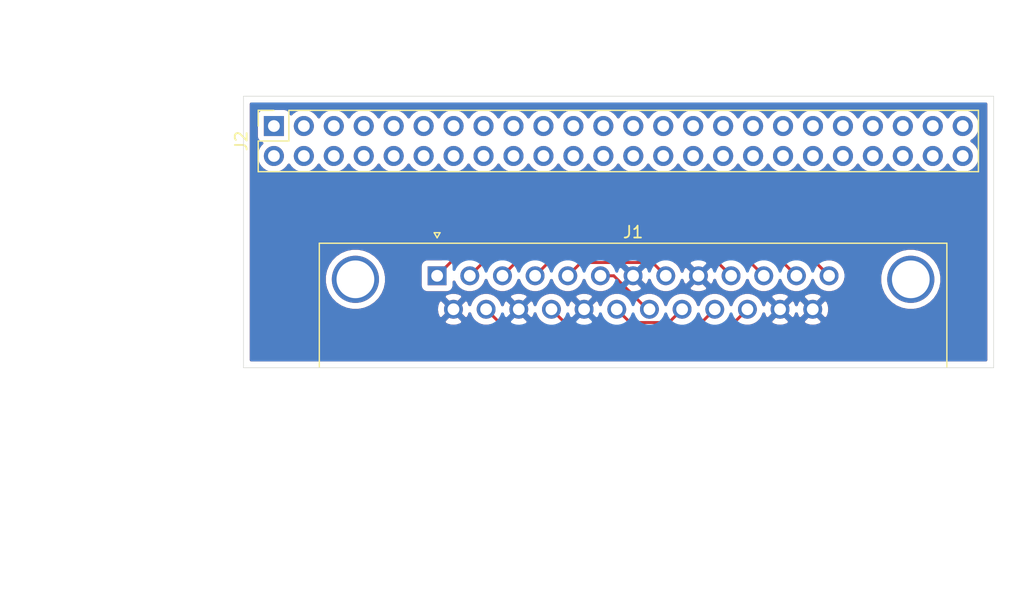
<source format=kicad_pcb>
(kicad_pcb (version 20171130) (host pcbnew "(5.1.7-0-10_14)")

  (general
    (thickness 1.6)
    (drawings 4)
    (tracks 27)
    (zones 0)
    (modules 2)
    (nets 11)
  )

  (page A4)
  (layers
    (0 F.Cu signal)
    (31 B.Cu signal)
    (32 B.Adhes user)
    (33 F.Adhes user)
    (34 B.Paste user)
    (35 F.Paste user)
    (36 B.SilkS user)
    (37 F.SilkS user)
    (38 B.Mask user)
    (39 F.Mask user)
    (40 Dwgs.User user)
    (41 Cmts.User user)
    (42 Eco1.User user)
    (43 Eco2.User user)
    (44 Edge.Cuts user)
    (45 Margin user)
    (46 B.CrtYd user)
    (47 F.CrtYd user)
    (48 B.Fab user)
    (49 F.Fab user)
  )

  (setup
    (last_trace_width 0.25)
    (trace_clearance 0.2)
    (zone_clearance 0.508)
    (zone_45_only no)
    (trace_min 0.2)
    (via_size 0.8)
    (via_drill 0.4)
    (via_min_size 0.4)
    (via_min_drill 0.3)
    (uvia_size 0.3)
    (uvia_drill 0.1)
    (uvias_allowed no)
    (uvia_min_size 0.2)
    (uvia_min_drill 0.1)
    (edge_width 0.05)
    (segment_width 0.2)
    (pcb_text_width 0.3)
    (pcb_text_size 1.5 1.5)
    (mod_edge_width 0.12)
    (mod_text_size 1 1)
    (mod_text_width 0.15)
    (pad_size 1.524 1.524)
    (pad_drill 0.762)
    (pad_to_mask_clearance 0)
    (aux_axis_origin 0 0)
    (visible_elements FFFFFF7F)
    (pcbplotparams
      (layerselection 0x010fc_ffffffff)
      (usegerberextensions false)
      (usegerberattributes true)
      (usegerberadvancedattributes true)
      (creategerberjobfile true)
      (excludeedgelayer true)
      (linewidth 0.100000)
      (plotframeref false)
      (viasonmask false)
      (mode 1)
      (useauxorigin false)
      (hpglpennumber 1)
      (hpglpenspeed 20)
      (hpglpendiameter 15.000000)
      (psnegative false)
      (psa4output false)
      (plotreference true)
      (plotvalue true)
      (plotinvisibletext false)
      (padsonsilk false)
      (subtractmaskfromsilk false)
      (outputformat 1)
      (mirror false)
      (drillshape 1)
      (scaleselection 1)
      (outputdirectory ""))
  )

  (net 0 "")
  (net 1 /CD)
  (net 2 /ATN)
  (net 3 /DB1)
  (net 4 /BSY)
  (net 5 /DB7)
  (net 6 /DB6)
  (net 7 /DB5)
  (net 8 /DB3)
  (net 9 /ACK)
  (net 10 GND)

  (net_class Default "This is the default net class."
    (clearance 0.2)
    (trace_width 0.25)
    (via_dia 0.8)
    (via_drill 0.4)
    (uvia_dia 0.3)
    (uvia_drill 0.1)
    (add_net /ACK)
    (add_net /ATN)
    (add_net /BSY)
    (add_net /CD)
    (add_net /DB1)
    (add_net /DB3)
    (add_net /DB5)
    (add_net /DB6)
    (add_net /DB7)
    (add_net GND)
    (add_net "Net-(J2-Pad1)")
    (add_net "Net-(J2-Pad10)")
    (add_net "Net-(J2-Pad11)")
    (add_net "Net-(J2-Pad12)")
    (add_net "Net-(J2-Pad13)")
    (add_net "Net-(J2-Pad14)")
    (add_net "Net-(J2-Pad15)")
    (add_net "Net-(J2-Pad16)")
    (add_net "Net-(J2-Pad17)")
    (add_net "Net-(J2-Pad18)")
    (add_net "Net-(J2-Pad19)")
    (add_net "Net-(J2-Pad2)")
    (add_net "Net-(J2-Pad20)")
    (add_net "Net-(J2-Pad21)")
    (add_net "Net-(J2-Pad22)")
    (add_net "Net-(J2-Pad23)")
    (add_net "Net-(J2-Pad24)")
    (add_net "Net-(J2-Pad25)")
    (add_net "Net-(J2-Pad26)")
    (add_net "Net-(J2-Pad27)")
    (add_net "Net-(J2-Pad28)")
    (add_net "Net-(J2-Pad29)")
    (add_net "Net-(J2-Pad3)")
    (add_net "Net-(J2-Pad30)")
    (add_net "Net-(J2-Pad31)")
    (add_net "Net-(J2-Pad32)")
    (add_net "Net-(J2-Pad33)")
    (add_net "Net-(J2-Pad34)")
    (add_net "Net-(J2-Pad35)")
    (add_net "Net-(J2-Pad36)")
    (add_net "Net-(J2-Pad37)")
    (add_net "Net-(J2-Pad38)")
    (add_net "Net-(J2-Pad39)")
    (add_net "Net-(J2-Pad4)")
    (add_net "Net-(J2-Pad40)")
    (add_net "Net-(J2-Pad41)")
    (add_net "Net-(J2-Pad42)")
    (add_net "Net-(J2-Pad43)")
    (add_net "Net-(J2-Pad44)")
    (add_net "Net-(J2-Pad45)")
    (add_net "Net-(J2-Pad46)")
    (add_net "Net-(J2-Pad47)")
    (add_net "Net-(J2-Pad48)")
    (add_net "Net-(J2-Pad5)")
    (add_net "Net-(J2-Pad6)")
    (add_net "Net-(J2-Pad7)")
    (add_net "Net-(J2-Pad8)")
    (add_net "Net-(J2-Pad9)")
  )

  (module Connector_PinSocket_2.54mm:PinSocket_2x24_P2.54mm_Vertical (layer F.Cu) (tedit 5A19A423) (tstamp 60A88E38)
    (at 112.9411 88.9762 90)
    (descr "Through hole straight socket strip, 2x24, 2.54mm pitch, double cols (from Kicad 4.0.7), script generated")
    (tags "Through hole socket strip THT 2x24 2.54mm double row")
    (path /60AB1BAF)
    (fp_text reference J2 (at -1.27 -2.77 90) (layer F.SilkS)
      (effects (font (size 1 1) (thickness 0.15)))
    )
    (fp_text value Conn_02x25_Counter_Clockwise (at -1.27 61.19 90) (layer F.Fab)
      (effects (font (size 1 1) (thickness 0.15)))
    )
    (fp_text user %R (at -1.27 29.21) (layer F.Fab)
      (effects (font (size 1 1) (thickness 0.15)))
    )
    (fp_line (start -3.81 -1.27) (end 0.27 -1.27) (layer F.Fab) (width 0.1))
    (fp_line (start 0.27 -1.27) (end 1.27 -0.27) (layer F.Fab) (width 0.1))
    (fp_line (start 1.27 -0.27) (end 1.27 59.69) (layer F.Fab) (width 0.1))
    (fp_line (start 1.27 59.69) (end -3.81 59.69) (layer F.Fab) (width 0.1))
    (fp_line (start -3.81 59.69) (end -3.81 -1.27) (layer F.Fab) (width 0.1))
    (fp_line (start -3.87 -1.33) (end -1.27 -1.33) (layer F.SilkS) (width 0.12))
    (fp_line (start -3.87 -1.33) (end -3.87 59.75) (layer F.SilkS) (width 0.12))
    (fp_line (start -3.87 59.75) (end 1.33 59.75) (layer F.SilkS) (width 0.12))
    (fp_line (start 1.33 1.27) (end 1.33 59.75) (layer F.SilkS) (width 0.12))
    (fp_line (start -1.27 1.27) (end 1.33 1.27) (layer F.SilkS) (width 0.12))
    (fp_line (start -1.27 -1.33) (end -1.27 1.27) (layer F.SilkS) (width 0.12))
    (fp_line (start 1.33 -1.33) (end 1.33 0) (layer F.SilkS) (width 0.12))
    (fp_line (start 0 -1.33) (end 1.33 -1.33) (layer F.SilkS) (width 0.12))
    (fp_line (start -4.34 -1.8) (end 1.76 -1.8) (layer F.CrtYd) (width 0.05))
    (fp_line (start 1.76 -1.8) (end 1.76 60.2) (layer F.CrtYd) (width 0.05))
    (fp_line (start 1.76 60.2) (end -4.34 60.2) (layer F.CrtYd) (width 0.05))
    (fp_line (start -4.34 60.2) (end -4.34 -1.8) (layer F.CrtYd) (width 0.05))
    (pad 48 thru_hole oval (at -2.54 58.42 90) (size 1.7 1.7) (drill 1) (layers *.Cu *.Mask))
    (pad 47 thru_hole oval (at 0 58.42 90) (size 1.7 1.7) (drill 1) (layers *.Cu *.Mask))
    (pad 46 thru_hole oval (at -2.54 55.88 90) (size 1.7 1.7) (drill 1) (layers *.Cu *.Mask))
    (pad 45 thru_hole oval (at 0 55.88 90) (size 1.7 1.7) (drill 1) (layers *.Cu *.Mask))
    (pad 44 thru_hole oval (at -2.54 53.34 90) (size 1.7 1.7) (drill 1) (layers *.Cu *.Mask))
    (pad 43 thru_hole oval (at 0 53.34 90) (size 1.7 1.7) (drill 1) (layers *.Cu *.Mask))
    (pad 42 thru_hole oval (at -2.54 50.8 90) (size 1.7 1.7) (drill 1) (layers *.Cu *.Mask))
    (pad 41 thru_hole oval (at 0 50.8 90) (size 1.7 1.7) (drill 1) (layers *.Cu *.Mask))
    (pad 40 thru_hole oval (at -2.54 48.26 90) (size 1.7 1.7) (drill 1) (layers *.Cu *.Mask))
    (pad 39 thru_hole oval (at 0 48.26 90) (size 1.7 1.7) (drill 1) (layers *.Cu *.Mask))
    (pad 38 thru_hole oval (at -2.54 45.72 90) (size 1.7 1.7) (drill 1) (layers *.Cu *.Mask))
    (pad 37 thru_hole oval (at 0 45.72 90) (size 1.7 1.7) (drill 1) (layers *.Cu *.Mask))
    (pad 36 thru_hole oval (at -2.54 43.18 90) (size 1.7 1.7) (drill 1) (layers *.Cu *.Mask))
    (pad 35 thru_hole oval (at 0 43.18 90) (size 1.7 1.7) (drill 1) (layers *.Cu *.Mask))
    (pad 34 thru_hole oval (at -2.54 40.64 90) (size 1.7 1.7) (drill 1) (layers *.Cu *.Mask))
    (pad 33 thru_hole oval (at 0 40.64 90) (size 1.7 1.7) (drill 1) (layers *.Cu *.Mask))
    (pad 32 thru_hole oval (at -2.54 38.1 90) (size 1.7 1.7) (drill 1) (layers *.Cu *.Mask))
    (pad 31 thru_hole oval (at 0 38.1 90) (size 1.7 1.7) (drill 1) (layers *.Cu *.Mask))
    (pad 30 thru_hole oval (at -2.54 35.56 90) (size 1.7 1.7) (drill 1) (layers *.Cu *.Mask))
    (pad 29 thru_hole oval (at 0 35.56 90) (size 1.7 1.7) (drill 1) (layers *.Cu *.Mask))
    (pad 28 thru_hole oval (at -2.54 33.02 90) (size 1.7 1.7) (drill 1) (layers *.Cu *.Mask))
    (pad 27 thru_hole oval (at 0 33.02 90) (size 1.7 1.7) (drill 1) (layers *.Cu *.Mask))
    (pad 26 thru_hole oval (at -2.54 30.48 90) (size 1.7 1.7) (drill 1) (layers *.Cu *.Mask))
    (pad 25 thru_hole oval (at 0 30.48 90) (size 1.7 1.7) (drill 1) (layers *.Cu *.Mask))
    (pad 24 thru_hole oval (at -2.54 27.94 90) (size 1.7 1.7) (drill 1) (layers *.Cu *.Mask))
    (pad 23 thru_hole oval (at 0 27.94 90) (size 1.7 1.7) (drill 1) (layers *.Cu *.Mask))
    (pad 22 thru_hole oval (at -2.54 25.4 90) (size 1.7 1.7) (drill 1) (layers *.Cu *.Mask))
    (pad 21 thru_hole oval (at 0 25.4 90) (size 1.7 1.7) (drill 1) (layers *.Cu *.Mask))
    (pad 20 thru_hole oval (at -2.54 22.86 90) (size 1.7 1.7) (drill 1) (layers *.Cu *.Mask))
    (pad 19 thru_hole oval (at 0 22.86 90) (size 1.7 1.7) (drill 1) (layers *.Cu *.Mask))
    (pad 18 thru_hole oval (at -2.54 20.32 90) (size 1.7 1.7) (drill 1) (layers *.Cu *.Mask))
    (pad 17 thru_hole oval (at 0 20.32 90) (size 1.7 1.7) (drill 1) (layers *.Cu *.Mask))
    (pad 16 thru_hole oval (at -2.54 17.78 90) (size 1.7 1.7) (drill 1) (layers *.Cu *.Mask))
    (pad 15 thru_hole oval (at 0 17.78 90) (size 1.7 1.7) (drill 1) (layers *.Cu *.Mask))
    (pad 14 thru_hole oval (at -2.54 15.24 90) (size 1.7 1.7) (drill 1) (layers *.Cu *.Mask))
    (pad 13 thru_hole oval (at 0 15.24 90) (size 1.7 1.7) (drill 1) (layers *.Cu *.Mask))
    (pad 12 thru_hole oval (at -2.54 12.7 90) (size 1.7 1.7) (drill 1) (layers *.Cu *.Mask))
    (pad 11 thru_hole oval (at 0 12.7 90) (size 1.7 1.7) (drill 1) (layers *.Cu *.Mask))
    (pad 10 thru_hole oval (at -2.54 10.16 90) (size 1.7 1.7) (drill 1) (layers *.Cu *.Mask))
    (pad 9 thru_hole oval (at 0 10.16 90) (size 1.7 1.7) (drill 1) (layers *.Cu *.Mask))
    (pad 8 thru_hole oval (at -2.54 7.62 90) (size 1.7 1.7) (drill 1) (layers *.Cu *.Mask))
    (pad 7 thru_hole oval (at 0 7.62 90) (size 1.7 1.7) (drill 1) (layers *.Cu *.Mask))
    (pad 6 thru_hole oval (at -2.54 5.08 90) (size 1.7 1.7) (drill 1) (layers *.Cu *.Mask))
    (pad 5 thru_hole oval (at 0 5.08 90) (size 1.7 1.7) (drill 1) (layers *.Cu *.Mask))
    (pad 4 thru_hole oval (at -2.54 2.54 90) (size 1.7 1.7) (drill 1) (layers *.Cu *.Mask))
    (pad 3 thru_hole oval (at 0 2.54 90) (size 1.7 1.7) (drill 1) (layers *.Cu *.Mask))
    (pad 2 thru_hole oval (at -2.54 0 90) (size 1.7 1.7) (drill 1) (layers *.Cu *.Mask))
    (pad 1 thru_hole rect (at 0 0 90) (size 1.7 1.7) (drill 1) (layers *.Cu *.Mask))
    (model ${KISYS3DMOD}/Connector_PinSocket_2.54mm.3dshapes/PinSocket_2x24_P2.54mm_Vertical.wrl
      (at (xyz 0 0 0))
      (scale (xyz 1 1 1))
      (rotate (xyz 0 0 0))
    )
  )

  (module Connector_Dsub:DSUB-25_Male_Horizontal_P2.77x2.84mm_EdgePinOffset4.94mm_Housed_MountingHolesOffset7.48mm (layer F.Cu) (tedit 59FEDEE2) (tstamp 60A88213)
    (at 126.7841 101.6762)
    (descr "25-pin D-Sub connector, horizontal/angled (90 deg), THT-mount, male, pitch 2.77x2.84mm, pin-PCB-offset 4.9399999999999995mm, distance of mounting holes 47.1mm, distance of mounting holes to PCB edge 7.4799999999999995mm, see https://disti-assets.s3.amazonaws.com/tonar/files/datasheets/16730.pdf")
    (tags "25-pin D-Sub connector horizontal angled 90deg THT male pitch 2.77x2.84mm pin-PCB-offset 4.9399999999999995mm mounting-holes-distance 47.1mm mounting-hole-offset 47.1mm")
    (path /60A9E3C3)
    (fp_text reference J1 (at 16.62 -3.7) (layer F.SilkS)
      (effects (font (size 1 1) (thickness 0.15)))
    )
    (fp_text value DB25_Male (at 16.62 15.68) (layer F.Fab)
      (effects (font (size 1 1) (thickness 0.15)))
    )
    (fp_text user %R (at 16.62 11.18) (layer F.Fab)
      (effects (font (size 1 1) (thickness 0.15)))
    )
    (fp_arc (start 40.17 0.3) (end 38.57 0.3) (angle 180) (layer F.Fab) (width 0.1))
    (fp_arc (start -6.93 0.3) (end -8.53 0.3) (angle 180) (layer F.Fab) (width 0.1))
    (fp_line (start -9.93 -2.7) (end -9.93 7.78) (layer F.Fab) (width 0.1))
    (fp_line (start -9.93 7.78) (end 43.17 7.78) (layer F.Fab) (width 0.1))
    (fp_line (start 43.17 7.78) (end 43.17 -2.7) (layer F.Fab) (width 0.1))
    (fp_line (start 43.17 -2.7) (end -9.93 -2.7) (layer F.Fab) (width 0.1))
    (fp_line (start -9.93 7.78) (end -9.93 8.18) (layer F.Fab) (width 0.1))
    (fp_line (start -9.93 8.18) (end 43.17 8.18) (layer F.Fab) (width 0.1))
    (fp_line (start 43.17 8.18) (end 43.17 7.78) (layer F.Fab) (width 0.1))
    (fp_line (start 43.17 7.78) (end -9.93 7.78) (layer F.Fab) (width 0.1))
    (fp_line (start -2.53 8.18) (end -2.53 14.18) (layer F.Fab) (width 0.1))
    (fp_line (start -2.53 14.18) (end 35.77 14.18) (layer F.Fab) (width 0.1))
    (fp_line (start 35.77 14.18) (end 35.77 8.18) (layer F.Fab) (width 0.1))
    (fp_line (start 35.77 8.18) (end -2.53 8.18) (layer F.Fab) (width 0.1))
    (fp_line (start -9.43 8.18) (end -9.43 13.18) (layer F.Fab) (width 0.1))
    (fp_line (start -9.43 13.18) (end -4.43 13.18) (layer F.Fab) (width 0.1))
    (fp_line (start -4.43 13.18) (end -4.43 8.18) (layer F.Fab) (width 0.1))
    (fp_line (start -4.43 8.18) (end -9.43 8.18) (layer F.Fab) (width 0.1))
    (fp_line (start 37.67 8.18) (end 37.67 13.18) (layer F.Fab) (width 0.1))
    (fp_line (start 37.67 13.18) (end 42.67 13.18) (layer F.Fab) (width 0.1))
    (fp_line (start 42.67 13.18) (end 42.67 8.18) (layer F.Fab) (width 0.1))
    (fp_line (start 42.67 8.18) (end 37.67 8.18) (layer F.Fab) (width 0.1))
    (fp_line (start -8.53 7.78) (end -8.53 0.3) (layer F.Fab) (width 0.1))
    (fp_line (start -5.33 7.78) (end -5.33 0.3) (layer F.Fab) (width 0.1))
    (fp_line (start 38.57 7.78) (end 38.57 0.3) (layer F.Fab) (width 0.1))
    (fp_line (start 41.77 7.78) (end 41.77 0.3) (layer F.Fab) (width 0.1))
    (fp_line (start -9.99 7.72) (end -9.99 -2.76) (layer F.SilkS) (width 0.12))
    (fp_line (start -9.99 -2.76) (end 43.23 -2.76) (layer F.SilkS) (width 0.12))
    (fp_line (start 43.23 -2.76) (end 43.23 7.72) (layer F.SilkS) (width 0.12))
    (fp_line (start -0.25 -3.654338) (end 0.25 -3.654338) (layer F.SilkS) (width 0.12))
    (fp_line (start 0.25 -3.654338) (end 0 -3.221325) (layer F.SilkS) (width 0.12))
    (fp_line (start 0 -3.221325) (end -0.25 -3.654338) (layer F.SilkS) (width 0.12))
    (fp_line (start -10.45 -3.25) (end -10.45 14.7) (layer F.CrtYd) (width 0.05))
    (fp_line (start -10.45 14.7) (end 43.7 14.7) (layer F.CrtYd) (width 0.05))
    (fp_line (start 43.7 14.7) (end 43.7 -3.25) (layer F.CrtYd) (width 0.05))
    (fp_line (start 43.7 -3.25) (end -10.45 -3.25) (layer F.CrtYd) (width 0.05))
    (pad 0 thru_hole circle (at 40.17 0.3) (size 4 4) (drill 3.2) (layers *.Cu *.Mask))
    (pad 0 thru_hole circle (at -6.93 0.3) (size 4 4) (drill 3.2) (layers *.Cu *.Mask))
    (pad 25 thru_hole circle (at 31.855 2.84) (size 1.6 1.6) (drill 1) (layers *.Cu *.Mask)
      (net 10 GND))
    (pad 24 thru_hole circle (at 29.085 2.84) (size 1.6 1.6) (drill 1) (layers *.Cu *.Mask)
      (net 10 GND))
    (pad 23 thru_hole circle (at 26.315 2.84) (size 1.6 1.6) (drill 1) (layers *.Cu *.Mask)
      (net 1 /CD))
    (pad 22 thru_hole circle (at 23.545 2.84) (size 1.6 1.6) (drill 1) (layers *.Cu *.Mask)
      (net 2 /ATN))
    (pad 21 thru_hole circle (at 20.775 2.84) (size 1.6 1.6) (drill 1) (layers *.Cu *.Mask)
      (net 3 /DB1))
    (pad 20 thru_hole circle (at 18.005 2.84) (size 1.6 1.6) (drill 1) (layers *.Cu *.Mask)
      (net 4 /BSY))
    (pad 19 thru_hole circle (at 15.235 2.84) (size 1.6 1.6) (drill 1) (layers *.Cu *.Mask)
      (net 3 /DB1))
    (pad 18 thru_hole circle (at 12.465 2.84) (size 1.6 1.6) (drill 1) (layers *.Cu *.Mask)
      (net 10 GND))
    (pad 17 thru_hole circle (at 9.695 2.84) (size 1.6 1.6) (drill 1) (layers *.Cu *.Mask)
      (net 2 /ATN))
    (pad 16 thru_hole circle (at 6.925 2.84) (size 1.6 1.6) (drill 1) (layers *.Cu *.Mask)
      (net 10 GND))
    (pad 15 thru_hole circle (at 4.155 2.84) (size 1.6 1.6) (drill 1) (layers *.Cu *.Mask)
      (net 1 /CD))
    (pad 14 thru_hole circle (at 1.385 2.84) (size 1.6 1.6) (drill 1) (layers *.Cu *.Mask)
      (net 10 GND))
    (pad 13 thru_hole circle (at 33.24 0) (size 1.6 1.6) (drill 1) (layers *.Cu *.Mask)
      (net 5 /DB7))
    (pad 12 thru_hole circle (at 30.47 0) (size 1.6 1.6) (drill 1) (layers *.Cu *.Mask)
      (net 6 /DB6))
    (pad 11 thru_hole circle (at 27.7 0) (size 1.6 1.6) (drill 1) (layers *.Cu *.Mask)
      (net 7 /DB5))
    (pad 10 thru_hole circle (at 24.93 0) (size 1.6 1.6) (drill 1) (layers *.Cu *.Mask)
      (net 8 /DB3))
    (pad 9 thru_hole circle (at 22.16 0) (size 1.6 1.6) (drill 1) (layers *.Cu *.Mask)
      (net 10 GND))
    (pad 8 thru_hole circle (at 19.39 0) (size 1.6 1.6) (drill 1) (layers *.Cu *.Mask)
      (net 9 /ACK))
    (pad 7 thru_hole circle (at 16.62 0) (size 1.6 1.6) (drill 1) (layers *.Cu *.Mask)
      (net 10 GND))
    (pad 6 thru_hole circle (at 13.85 0) (size 1.6 1.6) (drill 1) (layers *.Cu *.Mask)
      (net 4 /BSY))
    (pad 5 thru_hole circle (at 11.08 0) (size 1.6 1.6) (drill 1) (layers *.Cu *.Mask)
      (net 9 /ACK))
    (pad 4 thru_hole circle (at 8.31 0) (size 1.6 1.6) (drill 1) (layers *.Cu *.Mask)
      (net 8 /DB3))
    (pad 3 thru_hole circle (at 5.54 0) (size 1.6 1.6) (drill 1) (layers *.Cu *.Mask)
      (net 7 /DB5))
    (pad 2 thru_hole circle (at 2.77 0) (size 1.6 1.6) (drill 1) (layers *.Cu *.Mask)
      (net 6 /DB6))
    (pad 1 thru_hole rect (at 0 0) (size 1.6 1.6) (drill 1) (layers *.Cu *.Mask)
      (net 5 /DB7))
    (model ${KISYS3DMOD}/Connector_Dsub.3dshapes/DSUB-25_Male_Horizontal_P2.77x2.84mm_EdgePinOffset4.94mm_Housed_MountingHolesOffset7.48mm.wrl
      (at (xyz 0 0 0))
      (scale (xyz 1 1 1))
      (rotate (xyz 0 0 0))
    )
  )

  (gr_line (start 110.363 86.4489) (end 110.363 109.474) (layer Edge.Cuts) (width 0.05))
  (gr_line (start 173.9773 86.4489) (end 110.363 86.4489) (layer Edge.Cuts) (width 0.05))
  (gr_line (start 173.9773 109.474) (end 173.9773 86.4489) (layer Edge.Cuts) (width 0.05))
  (gr_line (start 110.363 109.474) (end 173.9773 109.474) (layer Edge.Cuts) (width 0.05))

  (segment (start 151.074075 106.541225) (end 153.0991 104.5162) (width 0.25) (layer F.Cu) (net 1))
  (segment (start 132.964126 106.541225) (end 151.074075 106.541225) (width 0.25) (layer F.Cu) (net 1))
  (segment (start 130.9391 104.5162) (end 132.964126 106.541225) (width 0.25) (layer F.Cu) (net 1))
  (segment (start 148.754088 106.091212) (end 150.3291 104.5162) (width 0.25) (layer F.Cu) (net 2))
  (segment (start 138.054112 106.091212) (end 148.754088 106.091212) (width 0.25) (layer F.Cu) (net 2))
  (segment (start 136.4791 104.5162) (end 138.054112 106.091212) (width 0.25) (layer F.Cu) (net 2))
  (segment (start 146.434099 105.641201) (end 147.5591 104.5162) (width 0.25) (layer F.Cu) (net 3))
  (segment (start 143.144101 105.641201) (end 146.434099 105.641201) (width 0.25) (layer F.Cu) (net 3))
  (segment (start 142.0191 104.5162) (end 143.144101 105.641201) (width 0.25) (layer F.Cu) (net 3))
  (segment (start 144.60547 104.5162) (end 144.7891 104.5162) (width 0.25) (layer F.Cu) (net 4))
  (segment (start 141.76547 101.6762) (end 144.60547 104.5162) (width 0.25) (layer F.Cu) (net 4))
  (segment (start 140.6341 101.6762) (end 141.76547 101.6762) (width 0.25) (layer F.Cu) (net 4))
  (segment (start 126.7841 101.6762) (end 131.2164 97.2439) (width 0.25) (layer F.Cu) (net 5))
  (segment (start 155.5918 97.2439) (end 160.0241 101.6762) (width 0.25) (layer F.Cu) (net 5))
  (segment (start 131.2164 97.2439) (end 155.5918 97.2439) (width 0.25) (layer F.Cu) (net 5))
  (segment (start 129.5541 101.6762) (end 133.2371 97.9932) (width 0.25) (layer F.Cu) (net 6))
  (segment (start 153.5711 97.9932) (end 157.2541 101.6762) (width 0.25) (layer F.Cu) (net 6))
  (segment (start 133.2371 97.9932) (end 153.5711 97.9932) (width 0.25) (layer F.Cu) (net 6))
  (segment (start 132.3241 101.6762) (end 135.207 98.7933) (width 0.25) (layer F.Cu) (net 7))
  (segment (start 151.6012 98.7933) (end 154.4841 101.6762) (width 0.25) (layer F.Cu) (net 7))
  (segment (start 135.207 98.7933) (end 151.6012 98.7933) (width 0.25) (layer F.Cu) (net 7))
  (segment (start 135.0941 101.6762) (end 137.088 99.6823) (width 0.25) (layer F.Cu) (net 8))
  (segment (start 149.7202 99.6823) (end 151.7141 101.6762) (width 0.25) (layer F.Cu) (net 8))
  (segment (start 137.088 99.6823) (end 149.7202 99.6823) (width 0.25) (layer F.Cu) (net 8))
  (segment (start 138.989101 100.551199) (end 137.8641 101.6762) (width 0.25) (layer F.Cu) (net 9))
  (segment (start 145.049099 100.551199) (end 138.989101 100.551199) (width 0.25) (layer F.Cu) (net 9))
  (segment (start 146.1741 101.6762) (end 145.049099 100.551199) (width 0.25) (layer F.Cu) (net 9))

  (zone (net 10) (net_name GND) (layer F.Cu) (tstamp 0) (hatch edge 0.508)
    (connect_pads (clearance 0.508))
    (min_thickness 0.254)
    (fill yes (arc_segments 32) (thermal_gap 0.508) (thermal_bridge_width 0.508))
    (polygon
      (pts
        (xy 176.5681 130.2893) (xy 90.3351 129.714625) (xy 89.7128 83.10245) (xy 176.3014 83.2358)
      )
    )
    (filled_polygon
      (pts
        (xy 173.3173 108.814) (xy 111.023 108.814) (xy 111.023 105.508902) (xy 127.356003 105.508902) (xy 127.427586 105.752871)
        (xy 127.683096 105.873771) (xy 127.957284 105.9425) (xy 128.239612 105.956417) (xy 128.51923 105.914987) (xy 128.785392 105.819803)
        (xy 128.910614 105.752871) (xy 128.982197 105.508902) (xy 128.1691 104.695805) (xy 127.356003 105.508902) (xy 111.023 105.508902)
        (xy 111.023 101.716675) (xy 117.2191 101.716675) (xy 117.2191 102.235725) (xy 117.320361 102.744801) (xy 117.518993 103.224341)
        (xy 117.807362 103.655915) (xy 118.174385 104.022938) (xy 118.605959 104.311307) (xy 119.085499 104.509939) (xy 119.594575 104.6112)
        (xy 120.113625 104.6112) (xy 120.236735 104.586712) (xy 126.728883 104.586712) (xy 126.770313 104.86633) (xy 126.865497 105.132492)
        (xy 126.932429 105.257714) (xy 127.176398 105.329297) (xy 127.989495 104.5162) (xy 127.176398 103.703103) (xy 126.932429 103.774686)
        (xy 126.811529 104.030196) (xy 126.7428 104.304384) (xy 126.728883 104.586712) (xy 120.236735 104.586712) (xy 120.622701 104.509939)
        (xy 121.102241 104.311307) (xy 121.533815 104.022938) (xy 121.900838 103.655915) (xy 121.989316 103.523498) (xy 127.356003 103.523498)
        (xy 128.1691 104.336595) (xy 128.982197 103.523498) (xy 128.910614 103.279529) (xy 128.655104 103.158629) (xy 128.380916 103.0899)
        (xy 128.098588 103.075983) (xy 127.81897 103.117413) (xy 127.552808 103.212597) (xy 127.427586 103.279529) (xy 127.356003 103.523498)
        (xy 121.989316 103.523498) (xy 122.189207 103.224341) (xy 122.387839 102.744801) (xy 122.4891 102.235725) (xy 122.4891 101.716675)
        (xy 122.387839 101.207599) (xy 122.25057 100.8762) (xy 125.346028 100.8762) (xy 125.346028 102.4762) (xy 125.358288 102.600682)
        (xy 125.394598 102.72038) (xy 125.453563 102.830694) (xy 125.532915 102.927385) (xy 125.629606 103.006737) (xy 125.73992 103.065702)
        (xy 125.859618 103.102012) (xy 125.9841 103.114272) (xy 127.5841 103.114272) (xy 127.708582 103.102012) (xy 127.82828 103.065702)
        (xy 127.938594 103.006737) (xy 128.035285 102.927385) (xy 128.114637 102.830694) (xy 128.173602 102.72038) (xy 128.209912 102.600682)
        (xy 128.222172 102.4762) (xy 128.222172 102.210475) (xy 128.28242 102.355927) (xy 128.439463 102.590959) (xy 128.639341 102.790837)
        (xy 128.874373 102.94788) (xy 129.135526 103.056053) (xy 129.412765 103.1112) (xy 129.695435 103.1112) (xy 129.972674 103.056053)
        (xy 130.233827 102.94788) (xy 130.468859 102.790837) (xy 130.668737 102.590959) (xy 130.82578 102.355927) (xy 130.933953 102.094774)
        (xy 130.9391 102.068899) (xy 130.944247 102.094774) (xy 131.05242 102.355927) (xy 131.209463 102.590959) (xy 131.409341 102.790837)
        (xy 131.644373 102.94788) (xy 131.905526 103.056053) (xy 132.182765 103.1112) (xy 132.465435 103.1112) (xy 132.742674 103.056053)
        (xy 133.003827 102.94788) (xy 133.238859 102.790837) (xy 133.438737 102.590959) (xy 133.59578 102.355927) (xy 133.703953 102.094774)
        (xy 133.7091 102.068899) (xy 133.714247 102.094774) (xy 133.82242 102.355927) (xy 133.979463 102.590959) (xy 134.179341 102.790837)
        (xy 134.414373 102.94788) (xy 134.675526 103.056053) (xy 134.952765 103.1112) (xy 135.235435 103.1112) (xy 135.512674 103.056053)
        (xy 135.773827 102.94788) (xy 136.008859 102.790837) (xy 136.208737 102.590959) (xy 136.36578 102.355927) (xy 136.473953 102.094774)
        (xy 136.4791 102.068899) (xy 136.484247 102.094774) (xy 136.59242 102.355927) (xy 136.749463 102.590959) (xy 136.949341 102.790837)
        (xy 137.184373 102.94788) (xy 137.445526 103.056053) (xy 137.722765 103.1112) (xy 138.005435 103.1112) (xy 138.282674 103.056053)
        (xy 138.543827 102.94788) (xy 138.778859 102.790837) (xy 138.978737 102.590959) (xy 139.13578 102.355927) (xy 139.243953 102.094774)
        (xy 139.2491 102.068899) (xy 139.254247 102.094774) (xy 139.36242 102.355927) (xy 139.519463 102.590959) (xy 139.719341 102.790837)
        (xy 139.954373 102.94788) (xy 140.215526 103.056053) (xy 140.492765 103.1112) (xy 140.775435 103.1112) (xy 141.052674 103.056053)
        (xy 141.313827 102.94788) (xy 141.548859 102.790837) (xy 141.677082 102.662614) (xy 142.095669 103.0812) (xy 141.877765 103.0812)
        (xy 141.600526 103.136347) (xy 141.339373 103.24452) (xy 141.104341 103.401563) (xy 140.904463 103.601441) (xy 140.74742 103.836473)
        (xy 140.639247 104.097626) (xy 140.633587 104.126082) (xy 140.552703 103.899908) (xy 140.485771 103.774686) (xy 140.241802 103.703103)
        (xy 139.428705 104.5162) (xy 139.442848 104.530343) (xy 139.263243 104.709948) (xy 139.2491 104.695805) (xy 139.234958 104.709948)
        (xy 139.055353 104.530343) (xy 139.069495 104.5162) (xy 138.256398 103.703103) (xy 138.012429 103.774686) (xy 137.891529 104.030196)
        (xy 137.865888 104.132489) (xy 137.858953 104.097626) (xy 137.75078 103.836473) (xy 137.593737 103.601441) (xy 137.515794 103.523498)
        (xy 138.436003 103.523498) (xy 139.2491 104.336595) (xy 140.062197 103.523498) (xy 139.990614 103.279529) (xy 139.735104 103.158629)
        (xy 139.460916 103.0899) (xy 139.178588 103.075983) (xy 138.89897 103.117413) (xy 138.632808 103.212597) (xy 138.507586 103.279529)
        (xy 138.436003 103.523498) (xy 137.515794 103.523498) (xy 137.393859 103.401563) (xy 137.158827 103.24452) (xy 136.897674 103.136347)
        (xy 136.620435 103.0812) (xy 136.337765 103.0812) (xy 136.060526 103.136347) (xy 135.799373 103.24452) (xy 135.564341 103.401563)
        (xy 135.364463 103.601441) (xy 135.20742 103.836473) (xy 135.099247 104.097626) (xy 135.093587 104.126082) (xy 135.012703 103.899908)
        (xy 134.945771 103.774686) (xy 134.701802 103.703103) (xy 133.888705 104.5162) (xy 134.701802 105.329297) (xy 134.945771 105.257714)
        (xy 135.066671 105.002204) (xy 135.092312 104.899911) (xy 135.099247 104.934774) (xy 135.20742 105.195927) (xy 135.364463 105.430959)
        (xy 135.564341 105.630837) (xy 135.789413 105.781225) (xy 134.397567 105.781225) (xy 134.450614 105.752871) (xy 134.522197 105.508902)
        (xy 133.7091 104.695805) (xy 133.694958 104.709948) (xy 133.515353 104.530343) (xy 133.529495 104.5162) (xy 132.716398 103.703103)
        (xy 132.472429 103.774686) (xy 132.351529 104.030196) (xy 132.325888 104.132489) (xy 132.318953 104.097626) (xy 132.21078 103.836473)
        (xy 132.053737 103.601441) (xy 131.975794 103.523498) (xy 132.896003 103.523498) (xy 133.7091 104.336595) (xy 134.522197 103.523498)
        (xy 134.450614 103.279529) (xy 134.195104 103.158629) (xy 133.920916 103.0899) (xy 133.638588 103.075983) (xy 133.35897 103.117413)
        (xy 133.092808 103.212597) (xy 132.967586 103.279529) (xy 132.896003 103.523498) (xy 131.975794 103.523498) (xy 131.853859 103.401563)
        (xy 131.618827 103.24452) (xy 131.357674 103.136347) (xy 131.080435 103.0812) (xy 130.797765 103.0812) (xy 130.520526 103.136347)
        (xy 130.259373 103.24452) (xy 130.024341 103.401563) (xy 129.824463 103.601441) (xy 129.66742 103.836473) (xy 129.559247 104.097626)
        (xy 129.553587 104.126082) (xy 129.472703 103.899908) (xy 129.405771 103.774686) (xy 129.161802 103.703103) (xy 128.348705 104.5162)
        (xy 129.161802 105.329297) (xy 129.405771 105.257714) (xy 129.526671 105.002204) (xy 129.552312 104.899911) (xy 129.559247 104.934774)
        (xy 129.66742 105.195927) (xy 129.824463 105.430959) (xy 130.024341 105.630837) (xy 130.259373 105.78788) (xy 130.520526 105.896053)
        (xy 130.797765 105.9512) (xy 131.080435 105.9512) (xy 131.262986 105.914888) (xy 132.400331 107.052233) (xy 132.424125 107.081226)
        (xy 132.453118 107.10502) (xy 132.453123 107.105025) (xy 132.53985 107.176199) (xy 132.671879 107.246771) (xy 132.81514 107.290228)
        (xy 132.964126 107.304902) (xy 133.001459 107.301225) (xy 151.036753 107.301225) (xy 151.074075 107.304901) (xy 151.111397 107.301225)
        (xy 151.111408 107.301225) (xy 151.223061 107.290228) (xy 151.366322 107.246771) (xy 151.498351 107.176199) (xy 151.614076 107.081226)
        (xy 151.637879 107.052222) (xy 152.775214 105.914888) (xy 152.957765 105.9512) (xy 153.240435 105.9512) (xy 153.517674 105.896053)
        (xy 153.778827 105.78788) (xy 154.013859 105.630837) (xy 154.135794 105.508902) (xy 155.056003 105.508902) (xy 155.127586 105.752871)
        (xy 155.383096 105.873771) (xy 155.657284 105.9425) (xy 155.939612 105.956417) (xy 156.21923 105.914987) (xy 156.485392 105.819803)
        (xy 156.610614 105.752871) (xy 156.682197 105.508902) (xy 157.826003 105.508902) (xy 157.897586 105.752871) (xy 158.153096 105.873771)
        (xy 158.427284 105.9425) (xy 158.709612 105.956417) (xy 158.98923 105.914987) (xy 159.255392 105.819803) (xy 159.380614 105.752871)
        (xy 159.452197 105.508902) (xy 158.6391 104.695805) (xy 157.826003 105.508902) (xy 156.682197 105.508902) (xy 155.8691 104.695805)
        (xy 155.056003 105.508902) (xy 154.135794 105.508902) (xy 154.213737 105.430959) (xy 154.37078 105.195927) (xy 154.478953 104.934774)
        (xy 154.484613 104.906318) (xy 154.565497 105.132492) (xy 154.632429 105.257714) (xy 154.876398 105.329297) (xy 155.689495 104.5162)
        (xy 156.048705 104.5162) (xy 156.861802 105.329297) (xy 157.105771 105.257714) (xy 157.226671 105.002204) (xy 157.252316 104.899895)
        (xy 157.335497 105.132492) (xy 157.402429 105.257714) (xy 157.646398 105.329297) (xy 158.459495 104.5162) (xy 158.818705 104.5162)
        (xy 159.631802 105.329297) (xy 159.875771 105.257714) (xy 159.996671 105.002204) (xy 160.0654 104.728016) (xy 160.079317 104.445688)
        (xy 160.037887 104.16607) (xy 159.942703 103.899908) (xy 159.875771 103.774686) (xy 159.631802 103.703103) (xy 158.818705 104.5162)
        (xy 158.459495 104.5162) (xy 157.646398 103.703103) (xy 157.402429 103.774686) (xy 157.281529 104.030196) (xy 157.255884 104.132505)
        (xy 157.172703 103.899908) (xy 157.105771 103.774686) (xy 156.861802 103.703103) (xy 156.048705 104.5162) (xy 155.689495 104.5162)
        (xy 154.876398 103.703103) (xy 154.632429 103.774686) (xy 154.511529 104.030196) (xy 154.485888 104.132489) (xy 154.478953 104.097626)
        (xy 154.37078 103.836473) (xy 154.213737 103.601441) (xy 154.135794 103.523498) (xy 155.056003 103.523498) (xy 155.8691 104.336595)
        (xy 156.682197 103.523498) (xy 157.826003 103.523498) (xy 158.6391 104.336595) (xy 159.452197 103.523498) (xy 159.380614 103.279529)
        (xy 159.125104 103.158629) (xy 158.850916 103.0899) (xy 158.568588 103.075983) (xy 158.28897 103.117413) (xy 158.022808 103.212597)
        (xy 157.897586 103.279529) (xy 157.826003 103.523498) (xy 156.682197 103.523498) (xy 156.610614 103.279529) (xy 156.355104 103.158629)
        (xy 156.080916 103.0899) (xy 155.798588 103.075983) (xy 155.51897 103.117413) (xy 155.252808 103.212597) (xy 155.127586 103.279529)
        (xy 155.056003 103.523498) (xy 154.135794 103.523498) (xy 154.013859 103.401563) (xy 153.778827 103.24452) (xy 153.517674 103.136347)
        (xy 153.240435 103.0812) (xy 152.957765 103.0812) (xy 152.680526 103.136347) (xy 152.419373 103.24452) (xy 152.184341 103.401563)
        (xy 151.984463 103.601441) (xy 151.82742 103.836473) (xy 151.719247 104.097626) (xy 151.7141 104.123501) (xy 151.708953 104.097626)
        (xy 151.60078 103.836473) (xy 151.443737 103.601441) (xy 151.243859 103.401563) (xy 151.008827 103.24452) (xy 150.747674 103.136347)
        (xy 150.470435 103.0812) (xy 150.187765 103.0812) (xy 149.910526 103.136347) (xy 149.649373 103.24452) (xy 149.414341 103.401563)
        (xy 149.214463 103.601441) (xy 149.05742 103.836473) (xy 148.949247 104.097626) (xy 148.9441 104.123501) (xy 148.938953 104.097626)
        (xy 148.83078 103.836473) (xy 148.673737 103.601441) (xy 148.473859 103.401563) (xy 148.238827 103.24452) (xy 147.977674 103.136347)
        (xy 147.700435 103.0812) (xy 147.417765 103.0812) (xy 147.140526 103.136347) (xy 146.879373 103.24452) (xy 146.644341 103.401563)
        (xy 146.444463 103.601441) (xy 146.28742 103.836473) (xy 146.179247 104.097626) (xy 146.1741 104.123501) (xy 146.168953 104.097626)
        (xy 146.06078 103.836473) (xy 145.903737 103.601441) (xy 145.703859 103.401563) (xy 145.468827 103.24452) (xy 145.207674 103.136347)
        (xy 144.930435 103.0812) (xy 144.647765 103.0812) (xy 144.370526 103.136347) (xy 144.320953 103.156881) (xy 144.100863 102.936791)
        (xy 144.145614 102.912871) (xy 144.217197 102.668902) (xy 143.4041 101.855805) (xy 143.389958 101.869948) (xy 143.210353 101.690343)
        (xy 143.224495 101.6762) (xy 143.210353 101.662058) (xy 143.389958 101.482453) (xy 143.4041 101.496595) (xy 143.418243 101.482453)
        (xy 143.597848 101.662058) (xy 143.583705 101.6762) (xy 144.396802 102.489297) (xy 144.640771 102.417714) (xy 144.761671 102.162204)
        (xy 144.787312 102.059911) (xy 144.794247 102.094774) (xy 144.90242 102.355927) (xy 145.059463 102.590959) (xy 145.259341 102.790837)
        (xy 145.494373 102.94788) (xy 145.755526 103.056053) (xy 146.032765 103.1112) (xy 146.315435 103.1112) (xy 146.592674 103.056053)
        (xy 146.853827 102.94788) (xy 147.088859 102.790837) (xy 147.210794 102.668902) (xy 148.131003 102.668902) (xy 148.202586 102.912871)
        (xy 148.458096 103.033771) (xy 148.732284 103.1025) (xy 149.014612 103.116417) (xy 149.29423 103.074987) (xy 149.560392 102.979803)
        (xy 149.685614 102.912871) (xy 149.757197 102.668902) (xy 148.9441 101.855805) (xy 148.131003 102.668902) (xy 147.210794 102.668902)
        (xy 147.288737 102.590959) (xy 147.44578 102.355927) (xy 147.553953 102.094774) (xy 147.559613 102.066318) (xy 147.640497 102.292492)
        (xy 147.707429 102.417714) (xy 147.951398 102.489297) (xy 148.764495 101.6762) (xy 147.951398 100.863103) (xy 147.707429 100.934686)
        (xy 147.586529 101.190196) (xy 147.560888 101.292489) (xy 147.553953 101.257626) (xy 147.44578 100.996473) (xy 147.288737 100.761441)
        (xy 147.088859 100.561563) (xy 146.910369 100.4423) (xy 148.201773 100.4423) (xy 148.131003 100.683498) (xy 148.9441 101.496595)
        (xy 148.958243 101.482453) (xy 149.137848 101.662058) (xy 149.123705 101.6762) (xy 149.936802 102.489297) (xy 150.180771 102.417714)
        (xy 150.301671 102.162204) (xy 150.327312 102.059911) (xy 150.334247 102.094774) (xy 150.44242 102.355927) (xy 150.599463 102.590959)
        (xy 150.799341 102.790837) (xy 151.034373 102.94788) (xy 151.295526 103.056053) (xy 151.572765 103.1112) (xy 151.855435 103.1112)
        (xy 152.132674 103.056053) (xy 152.393827 102.94788) (xy 152.628859 102.790837) (xy 152.828737 102.590959) (xy 152.98578 102.355927)
        (xy 153.093953 102.094774) (xy 153.0991 102.068899) (xy 153.104247 102.094774) (xy 153.21242 102.355927) (xy 153.369463 102.590959)
        (xy 153.569341 102.790837) (xy 153.804373 102.94788) (xy 154.065526 103.056053) (xy 154.342765 103.1112) (xy 154.625435 103.1112)
        (xy 154.902674 103.056053) (xy 155.163827 102.94788) (xy 155.398859 102.790837) (xy 155.598737 102.590959) (xy 155.75578 102.355927)
        (xy 155.863953 102.094774) (xy 155.8691 102.068899) (xy 155.874247 102.094774) (xy 155.98242 102.355927) (xy 156.139463 102.590959)
        (xy 156.339341 102.790837) (xy 156.574373 102.94788) (xy 156.835526 103.056053) (xy 157.112765 103.1112) (xy 157.395435 103.1112)
        (xy 157.672674 103.056053) (xy 157.933827 102.94788) (xy 158.168859 102.790837) (xy 158.368737 102.590959) (xy 158.52578 102.355927)
        (xy 158.633953 102.094774) (xy 158.6391 102.068899) (xy 158.644247 102.094774) (xy 158.75242 102.355927) (xy 158.909463 102.590959)
        (xy 159.109341 102.790837) (xy 159.344373 102.94788) (xy 159.605526 103.056053) (xy 159.882765 103.1112) (xy 160.165435 103.1112)
        (xy 160.442674 103.056053) (xy 160.703827 102.94788) (xy 160.938859 102.790837) (xy 161.138737 102.590959) (xy 161.29578 102.355927)
        (xy 161.403953 102.094774) (xy 161.4591 101.817535) (xy 161.4591 101.716675) (xy 164.3191 101.716675) (xy 164.3191 102.235725)
        (xy 164.420361 102.744801) (xy 164.618993 103.224341) (xy 164.907362 103.655915) (xy 165.274385 104.022938) (xy 165.705959 104.311307)
        (xy 166.185499 104.509939) (xy 166.694575 104.6112) (xy 167.213625 104.6112) (xy 167.722701 104.509939) (xy 168.202241 104.311307)
        (xy 168.633815 104.022938) (xy 169.000838 103.655915) (xy 169.289207 103.224341) (xy 169.487839 102.744801) (xy 169.5891 102.235725)
        (xy 169.5891 101.716675) (xy 169.487839 101.207599) (xy 169.289207 100.728059) (xy 169.000838 100.296485) (xy 168.633815 99.929462)
        (xy 168.202241 99.641093) (xy 167.722701 99.442461) (xy 167.213625 99.3412) (xy 166.694575 99.3412) (xy 166.185499 99.442461)
        (xy 165.705959 99.641093) (xy 165.274385 99.929462) (xy 164.907362 100.296485) (xy 164.618993 100.728059) (xy 164.420361 101.207599)
        (xy 164.3191 101.716675) (xy 161.4591 101.716675) (xy 161.4591 101.534865) (xy 161.403953 101.257626) (xy 161.29578 100.996473)
        (xy 161.138737 100.761441) (xy 160.938859 100.561563) (xy 160.703827 100.40452) (xy 160.442674 100.296347) (xy 160.165435 100.2412)
        (xy 159.882765 100.2412) (xy 159.700214 100.277512) (xy 156.155604 96.732903) (xy 156.131801 96.703899) (xy 156.016076 96.608926)
        (xy 155.884047 96.538354) (xy 155.740786 96.494897) (xy 155.629133 96.4839) (xy 155.629122 96.4839) (xy 155.5918 96.480224)
        (xy 155.554478 96.4839) (xy 131.253725 96.4839) (xy 131.2164 96.480224) (xy 131.179075 96.4839) (xy 131.179067 96.4839)
        (xy 131.067414 96.494897) (xy 130.924153 96.538354) (xy 130.792124 96.608926) (xy 130.676399 96.703899) (xy 130.652601 96.732897)
        (xy 127.147371 100.238128) (xy 125.9841 100.238128) (xy 125.859618 100.250388) (xy 125.73992 100.286698) (xy 125.629606 100.345663)
        (xy 125.532915 100.425015) (xy 125.453563 100.521706) (xy 125.394598 100.63202) (xy 125.358288 100.751718) (xy 125.346028 100.8762)
        (xy 122.25057 100.8762) (xy 122.189207 100.728059) (xy 121.900838 100.296485) (xy 121.533815 99.929462) (xy 121.102241 99.641093)
        (xy 120.622701 99.442461) (xy 120.113625 99.3412) (xy 119.594575 99.3412) (xy 119.085499 99.442461) (xy 118.605959 99.641093)
        (xy 118.174385 99.929462) (xy 117.807362 100.296485) (xy 117.518993 100.728059) (xy 117.320361 101.207599) (xy 117.2191 101.716675)
        (xy 111.023 101.716675) (xy 111.023 88.1262) (xy 111.453028 88.1262) (xy 111.453028 89.8262) (xy 111.465288 89.950682)
        (xy 111.501598 90.07038) (xy 111.560563 90.180694) (xy 111.639915 90.277385) (xy 111.736606 90.356737) (xy 111.84692 90.415702)
        (xy 111.91948 90.437713) (xy 111.787625 90.569568) (xy 111.62511 90.812789) (xy 111.513168 91.083042) (xy 111.4561 91.36994)
        (xy 111.4561 91.66246) (xy 111.513168 91.949358) (xy 111.62511 92.219611) (xy 111.787625 92.462832) (xy 111.994468 92.669675)
        (xy 112.237689 92.83219) (xy 112.507942 92.944132) (xy 112.79484 93.0012) (xy 113.08736 93.0012) (xy 113.374258 92.944132)
        (xy 113.644511 92.83219) (xy 113.887732 92.669675) (xy 114.094575 92.462832) (xy 114.2111 92.28844) (xy 114.327625 92.462832)
        (xy 114.534468 92.669675) (xy 114.777689 92.83219) (xy 115.047942 92.944132) (xy 115.33484 93.0012) (xy 115.62736 93.0012)
        (xy 115.914258 92.944132) (xy 116.184511 92.83219) (xy 116.427732 92.669675) (xy 116.634575 92.462832) (xy 116.7511 92.28844)
        (xy 116.867625 92.462832) (xy 117.074468 92.669675) (xy 117.317689 92.83219) (xy 117.587942 92.944132) (xy 117.87484 93.0012)
        (xy 118.16736 93.0012) (xy 118.454258 92.944132) (xy 118.724511 92.83219) (xy 118.967732 92.669675) (xy 119.174575 92.462832)
        (xy 119.2911 92.28844) (xy 119.407625 92.462832) (xy 119.614468 92.669675) (xy 119.857689 92.83219) (xy 120.127942 92.944132)
        (xy 120.41484 93.0012) (xy 120.70736 93.0012) (xy 120.994258 92.944132) (xy 121.264511 92.83219) (xy 121.507732 92.669675)
        (xy 121.714575 92.462832) (xy 121.8311 92.28844) (xy 121.947625 92.462832) (xy 122.154468 92.669675) (xy 122.397689 92.83219)
        (xy 122.667942 92.944132) (xy 122.95484 93.0012) (xy 123.24736 93.0012) (xy 123.534258 92.944132) (xy 123.804511 92.83219)
        (xy 124.047732 92.669675) (xy 124.254575 92.462832) (xy 124.3711 92.28844) (xy 124.487625 92.462832) (xy 124.694468 92.669675)
        (xy 124.937689 92.83219) (xy 125.207942 92.944132) (xy 125.49484 93.0012) (xy 125.78736 93.0012) (xy 126.074258 92.944132)
        (xy 126.344511 92.83219) (xy 126.587732 92.669675) (xy 126.794575 92.462832) (xy 126.9111 92.28844) (xy 127.027625 92.462832)
        (xy 127.234468 92.669675) (xy 127.477689 92.83219) (xy 127.747942 92.944132) (xy 128.03484 93.0012) (xy 128.32736 93.0012)
        (xy 128.614258 92.944132) (xy 128.884511 92.83219) (xy 129.127732 92.669675) (xy 129.334575 92.462832) (xy 129.4511 92.28844)
        (xy 129.567625 92.462832) (xy 129.774468 92.669675) (xy 130.017689 92.83219) (xy 130.287942 92.944132) (xy 130.57484 93.0012)
        (xy 130.86736 93.0012) (xy 131.154258 92.944132) (xy 131.424511 92.83219) (xy 131.667732 92.669675) (xy 131.874575 92.462832)
        (xy 131.9911 92.28844) (xy 132.107625 92.462832) (xy 132.314468 92.669675) (xy 132.557689 92.83219) (xy 132.827942 92.944132)
        (xy 133.11484 93.0012) (xy 133.40736 93.0012) (xy 133.694258 92.944132) (xy 133.964511 92.83219) (xy 134.207732 92.669675)
        (xy 134.414575 92.462832) (xy 134.5311 92.28844) (xy 134.647625 92.462832) (xy 134.854468 92.669675) (xy 135.097689 92.83219)
        (xy 135.367942 92.944132) (xy 135.65484 93.0012) (xy 135.94736 93.0012) (xy 136.234258 92.944132) (xy 136.504511 92.83219)
        (xy 136.747732 92.669675) (xy 136.954575 92.462832) (xy 137.0711 92.28844) (xy 137.187625 92.462832) (xy 137.394468 92.669675)
        (xy 137.637689 92.83219) (xy 137.907942 92.944132) (xy 138.19484 93.0012) (xy 138.48736 93.0012) (xy 138.774258 92.944132)
        (xy 139.044511 92.83219) (xy 139.287732 92.669675) (xy 139.494575 92.462832) (xy 139.6111 92.28844) (xy 139.727625 92.462832)
        (xy 139.934468 92.669675) (xy 140.177689 92.83219) (xy 140.447942 92.944132) (xy 140.73484 93.0012) (xy 141.02736 93.0012)
        (xy 141.314258 92.944132) (xy 141.584511 92.83219) (xy 141.827732 92.669675) (xy 142.034575 92.462832) (xy 142.1511 92.28844)
        (xy 142.267625 92.462832) (xy 142.474468 92.669675) (xy 142.717689 92.83219) (xy 142.987942 92.944132) (xy 143.27484 93.0012)
        (xy 143.56736 93.0012) (xy 143.854258 92.944132) (xy 144.124511 92.83219) (xy 144.367732 92.669675) (xy 144.574575 92.462832)
        (xy 144.6911 92.28844) (xy 144.807625 92.462832) (xy 145.014468 92.669675) (xy 145.257689 92.83219) (xy 145.527942 92.944132)
        (xy 145.81484 93.0012) (xy 146.10736 93.0012) (xy 146.394258 92.944132) (xy 146.664511 92.83219) (xy 146.907732 92.669675)
        (xy 147.114575 92.462832) (xy 147.2311 92.28844) (xy 147.347625 92.462832) (xy 147.554468 92.669675) (xy 147.797689 92.83219)
        (xy 148.067942 92.944132) (xy 148.35484 93.0012) (xy 148.64736 93.0012) (xy 148.934258 92.944132) (xy 149.204511 92.83219)
        (xy 149.447732 92.669675) (xy 149.654575 92.462832) (xy 149.7711 92.28844) (xy 149.887625 92.462832) (xy 150.094468 92.669675)
        (xy 150.337689 92.83219) (xy 150.607942 92.944132) (xy 150.89484 93.0012) (xy 151.18736 93.0012) (xy 151.474258 92.944132)
        (xy 151.744511 92.83219) (xy 151.987732 92.669675) (xy 152.194575 92.462832) (xy 152.3111 92.28844) (xy 152.427625 92.462832)
        (xy 152.634468 92.669675) (xy 152.877689 92.83219) (xy 153.147942 92.944132) (xy 153.43484 93.0012) (xy 153.72736 93.0012)
        (xy 154.014258 92.944132) (xy 154.284511 92.83219) (xy 154.527732 92.669675) (xy 154.734575 92.462832) (xy 154.8511 92.28844)
        (xy 154.967625 92.462832) (xy 155.174468 92.669675) (xy 155.417689 92.83219) (xy 155.687942 92.944132) (xy 155.97484 93.0012)
        (xy 156.26736 93.0012) (xy 156.554258 92.944132) (xy 156.824511 92.83219) (xy 157.067732 92.669675) (xy 157.274575 92.462832)
        (xy 157.3911 92.28844) (xy 157.507625 92.462832) (xy 157.714468 92.669675) (xy 157.957689 92.83219) (xy 158.227942 92.944132)
        (xy 158.51484 93.0012) (xy 158.80736 93.0012) (xy 159.094258 92.944132) (xy 159.364511 92.83219) (xy 159.607732 92.669675)
        (xy 159.814575 92.462832) (xy 159.9311 92.28844) (xy 160.047625 92.462832) (xy 160.254468 92.669675) (xy 160.497689 92.83219)
        (xy 160.767942 92.944132) (xy 161.05484 93.0012) (xy 161.34736 93.0012) (xy 161.634258 92.944132) (xy 161.904511 92.83219)
        (xy 162.147732 92.669675) (xy 162.354575 92.462832) (xy 162.4711 92.28844) (xy 162.587625 92.462832) (xy 162.794468 92.669675)
        (xy 163.037689 92.83219) (xy 163.307942 92.944132) (xy 163.59484 93.0012) (xy 163.88736 93.0012) (xy 164.174258 92.944132)
        (xy 164.444511 92.83219) (xy 164.687732 92.669675) (xy 164.894575 92.462832) (xy 165.0111 92.28844) (xy 165.127625 92.462832)
        (xy 165.334468 92.669675) (xy 165.577689 92.83219) (xy 165.847942 92.944132) (xy 166.13484 93.0012) (xy 166.42736 93.0012)
        (xy 166.714258 92.944132) (xy 166.984511 92.83219) (xy 167.227732 92.669675) (xy 167.434575 92.462832) (xy 167.5511 92.28844)
        (xy 167.667625 92.462832) (xy 167.874468 92.669675) (xy 168.117689 92.83219) (xy 168.387942 92.944132) (xy 168.67484 93.0012)
        (xy 168.96736 93.0012) (xy 169.254258 92.944132) (xy 169.524511 92.83219) (xy 169.767732 92.669675) (xy 169.974575 92.462832)
        (xy 170.0911 92.28844) (xy 170.207625 92.462832) (xy 170.414468 92.669675) (xy 170.657689 92.83219) (xy 170.927942 92.944132)
        (xy 171.21484 93.0012) (xy 171.50736 93.0012) (xy 171.794258 92.944132) (xy 172.064511 92.83219) (xy 172.307732 92.669675)
        (xy 172.514575 92.462832) (xy 172.67709 92.219611) (xy 172.789032 91.949358) (xy 172.8461 91.66246) (xy 172.8461 91.36994)
        (xy 172.789032 91.083042) (xy 172.67709 90.812789) (xy 172.514575 90.569568) (xy 172.307732 90.362725) (xy 172.13334 90.2462)
        (xy 172.307732 90.129675) (xy 172.514575 89.922832) (xy 172.67709 89.679611) (xy 172.789032 89.409358) (xy 172.8461 89.12246)
        (xy 172.8461 88.82994) (xy 172.789032 88.543042) (xy 172.67709 88.272789) (xy 172.514575 88.029568) (xy 172.307732 87.822725)
        (xy 172.064511 87.66021) (xy 171.794258 87.548268) (xy 171.50736 87.4912) (xy 171.21484 87.4912) (xy 170.927942 87.548268)
        (xy 170.657689 87.66021) (xy 170.414468 87.822725) (xy 170.207625 88.029568) (xy 170.0911 88.20396) (xy 169.974575 88.029568)
        (xy 169.767732 87.822725) (xy 169.524511 87.66021) (xy 169.254258 87.548268) (xy 168.96736 87.4912) (xy 168.67484 87.4912)
        (xy 168.387942 87.548268) (xy 168.117689 87.66021) (xy 167.874468 87.822725) (xy 167.667625 88.029568) (xy 167.5511 88.20396)
        (xy 167.434575 88.029568) (xy 167.227732 87.822725) (xy 166.984511 87.66021) (xy 166.714258 87.548268) (xy 166.42736 87.4912)
        (xy 166.13484 87.4912) (xy 165.847942 87.548268) (xy 165.577689 87.66021) (xy 165.334468 87.822725) (xy 165.127625 88.029568)
        (xy 165.0111 88.20396) (xy 164.894575 88.029568) (xy 164.687732 87.822725) (xy 164.444511 87.66021) (xy 164.174258 87.548268)
        (xy 163.88736 87.4912) (xy 163.59484 87.4912) (xy 163.307942 87.548268) (xy 163.037689 87.66021) (xy 162.794468 87.822725)
        (xy 162.587625 88.029568) (xy 162.4711 88.20396) (xy 162.354575 88.029568) (xy 162.147732 87.822725) (xy 161.904511 87.66021)
        (xy 161.634258 87.548268) (xy 161.34736 87.4912) (xy 161.05484 87.4912) (xy 160.767942 87.548268) (xy 160.497689 87.66021)
        (xy 160.254468 87.822725) (xy 160.047625 88.029568) (xy 159.9311 88.20396) (xy 159.814575 88.029568) (xy 159.607732 87.822725)
        (xy 159.364511 87.66021) (xy 159.094258 87.548268) (xy 158.80736 87.4912) (xy 158.51484 87.4912) (xy 158.227942 87.548268)
        (xy 157.957689 87.66021) (xy 157.714468 87.822725) (xy 157.507625 88.029568) (xy 157.3911 88.20396) (xy 157.274575 88.029568)
        (xy 157.067732 87.822725) (xy 156.824511 87.66021) (xy 156.554258 87.548268) (xy 156.26736 87.4912) (xy 155.97484 87.4912)
        (xy 155.687942 87.548268) (xy 155.417689 87.66021) (xy 155.174468 87.822725) (xy 154.967625 88.029568) (xy 154.8511 88.20396)
        (xy 154.734575 88.029568) (xy 154.527732 87.822725) (xy 154.284511 87.66021) (xy 154.014258 87.548268) (xy 153.72736 87.4912)
        (xy 153.43484 87.4912) (xy 153.147942 87.548268) (xy 152.877689 87.66021) (xy 152.634468 87.822725) (xy 152.427625 88.029568)
        (xy 152.3111 88.20396) (xy 152.194575 88.029568) (xy 151.987732 87.822725) (xy 151.744511 87.66021) (xy 151.474258 87.548268)
        (xy 151.18736 87.4912) (xy 150.89484 87.4912) (xy 150.607942 87.548268) (xy 150.337689 87.66021) (xy 150.094468 87.822725)
        (xy 149.887625 88.029568) (xy 149.7711 88.20396) (xy 149.654575 88.029568) (xy 149.447732 87.822725) (xy 149.204511 87.66021)
        (xy 148.934258 87.548268) (xy 148.64736 87.4912) (xy 148.35484 87.4912) (xy 148.067942 87.548268) (xy 147.797689 87.66021)
        (xy 147.554468 87.822725) (xy 147.347625 88.029568) (xy 147.2311 88.20396) (xy 147.114575 88.029568) (xy 146.907732 87.822725)
        (xy 146.664511 87.66021) (xy 146.394258 87.548268) (xy 146.10736 87.4912) (xy 145.81484 87.4912) (xy 145.527942 87.548268)
        (xy 145.257689 87.66021) (xy 145.014468 87.822725) (xy 144.807625 88.029568) (xy 144.6911 88.20396) (xy 144.574575 88.029568)
        (xy 144.367732 87.822725) (xy 144.124511 87.66021) (xy 143.854258 87.548268) (xy 143.56736 87.4912) (xy 143.27484 87.4912)
        (xy 142.987942 87.548268) (xy 142.717689 87.66021) (xy 142.474468 87.822725) (xy 142.267625 88.029568) (xy 142.1511 88.20396)
        (xy 142.034575 88.029568) (xy 141.827732 87.822725) (xy 141.584511 87.66021) (xy 141.314258 87.548268) (xy 141.02736 87.4912)
        (xy 140.73484 87.4912) (xy 140.447942 87.548268) (xy 140.177689 87.66021) (xy 139.934468 87.822725) (xy 139.727625 88.029568)
        (xy 139.6111 88.20396) (xy 139.494575 88.029568) (xy 139.287732 87.822725) (xy 139.044511 87.66021) (xy 138.774258 87.548268)
        (xy 138.48736 87.4912) (xy 138.19484 87.4912) (xy 137.907942 87.548268) (xy 137.637689 87.66021) (xy 137.394468 87.822725)
        (xy 137.187625 88.029568) (xy 137.0711 88.20396) (xy 136.954575 88.029568) (xy 136.747732 87.822725) (xy 136.504511 87.66021)
        (xy 136.234258 87.548268) (xy 135.94736 87.4912) (xy 135.65484 87.4912) (xy 135.367942 87.548268) (xy 135.097689 87.66021)
        (xy 134.854468 87.822725) (xy 134.647625 88.029568) (xy 134.5311 88.20396) (xy 134.414575 88.029568) (xy 134.207732 87.822725)
        (xy 133.964511 87.66021) (xy 133.694258 87.548268) (xy 133.40736 87.4912) (xy 133.11484 87.4912) (xy 132.827942 87.548268)
        (xy 132.557689 87.66021) (xy 132.314468 87.822725) (xy 132.107625 88.029568) (xy 131.9911 88.20396) (xy 131.874575 88.029568)
        (xy 131.667732 87.822725) (xy 131.424511 87.66021) (xy 131.154258 87.548268) (xy 130.86736 87.4912) (xy 130.57484 87.4912)
        (xy 130.287942 87.548268) (xy 130.017689 87.66021) (xy 129.774468 87.822725) (xy 129.567625 88.029568) (xy 129.4511 88.20396)
        (xy 129.334575 88.029568) (xy 129.127732 87.822725) (xy 128.884511 87.66021) (xy 128.614258 87.548268) (xy 128.32736 87.4912)
        (xy 128.03484 87.4912) (xy 127.747942 87.548268) (xy 127.477689 87.66021) (xy 127.234468 87.822725) (xy 127.027625 88.029568)
        (xy 126.9111 88.20396) (xy 126.794575 88.029568) (xy 126.587732 87.822725) (xy 126.344511 87.66021) (xy 126.074258 87.548268)
        (xy 125.78736 87.4912) (xy 125.49484 87.4912) (xy 125.207942 87.548268) (xy 124.937689 87.66021) (xy 124.694468 87.822725)
        (xy 124.487625 88.029568) (xy 124.3711 88.20396) (xy 124.254575 88.029568) (xy 124.047732 87.822725) (xy 123.804511 87.66021)
        (xy 123.534258 87.548268) (xy 123.24736 87.4912) (xy 122.95484 87.4912) (xy 122.667942 87.548268) (xy 122.397689 87.66021)
        (xy 122.154468 87.822725) (xy 121.947625 88.029568) (xy 121.8311 88.20396) (xy 121.714575 88.029568) (xy 121.507732 87.822725)
        (xy 121.264511 87.66021) (xy 120.994258 87.548268) (xy 120.70736 87.4912) (xy 120.41484 87.4912) (xy 120.127942 87.548268)
        (xy 119.857689 87.66021) (xy 119.614468 87.822725) (xy 119.407625 88.029568) (xy 119.2911 88.20396) (xy 119.174575 88.029568)
        (xy 118.967732 87.822725) (xy 118.724511 87.66021) (xy 118.454258 87.548268) (xy 118.16736 87.4912) (xy 117.87484 87.4912)
        (xy 117.587942 87.548268) (xy 117.317689 87.66021) (xy 117.074468 87.822725) (xy 116.867625 88.029568) (xy 116.7511 88.20396)
        (xy 116.634575 88.029568) (xy 116.427732 87.822725) (xy 116.184511 87.66021) (xy 115.914258 87.548268) (xy 115.62736 87.4912)
        (xy 115.33484 87.4912) (xy 115.047942 87.548268) (xy 114.777689 87.66021) (xy 114.534468 87.822725) (xy 114.402613 87.95458)
        (xy 114.380602 87.88202) (xy 114.321637 87.771706) (xy 114.242285 87.675015) (xy 114.145594 87.595663) (xy 114.03528 87.536698)
        (xy 113.915582 87.500388) (xy 113.7911 87.488128) (xy 112.0911 87.488128) (xy 111.966618 87.500388) (xy 111.84692 87.536698)
        (xy 111.736606 87.595663) (xy 111.639915 87.675015) (xy 111.560563 87.771706) (xy 111.501598 87.88202) (xy 111.465288 88.001718)
        (xy 111.453028 88.1262) (xy 111.023 88.1262) (xy 111.023 87.1089) (xy 173.317301 87.1089)
      )
    )
  )
  (zone (net 10) (net_name GND) (layer B.Cu) (tstamp 0) (hatch edge 0.508)
    (connect_pads (clearance 0.508))
    (min_thickness 0.254)
    (fill yes (arc_segments 32) (thermal_gap 0.508) (thermal_bridge_width 0.508))
    (polygon
      (pts
        (xy 176.0601 130.0734) (xy 89.92235 130.2766) (xy 89.73185 83.4136) (xy 175.8696 83.2104)
      )
    )
    (filled_polygon
      (pts
        (xy 173.3173 108.814) (xy 111.023 108.814) (xy 111.023 105.508902) (xy 127.356003 105.508902) (xy 127.427586 105.752871)
        (xy 127.683096 105.873771) (xy 127.957284 105.9425) (xy 128.239612 105.956417) (xy 128.51923 105.914987) (xy 128.785392 105.819803)
        (xy 128.910614 105.752871) (xy 128.982197 105.508902) (xy 128.1691 104.695805) (xy 127.356003 105.508902) (xy 111.023 105.508902)
        (xy 111.023 101.716675) (xy 117.2191 101.716675) (xy 117.2191 102.235725) (xy 117.320361 102.744801) (xy 117.518993 103.224341)
        (xy 117.807362 103.655915) (xy 118.174385 104.022938) (xy 118.605959 104.311307) (xy 119.085499 104.509939) (xy 119.594575 104.6112)
        (xy 120.113625 104.6112) (xy 120.236735 104.586712) (xy 126.728883 104.586712) (xy 126.770313 104.86633) (xy 126.865497 105.132492)
        (xy 126.932429 105.257714) (xy 127.176398 105.329297) (xy 127.989495 104.5162) (xy 128.348705 104.5162) (xy 129.161802 105.329297)
        (xy 129.405771 105.257714) (xy 129.526671 105.002204) (xy 129.552312 104.899911) (xy 129.559247 104.934774) (xy 129.66742 105.195927)
        (xy 129.824463 105.430959) (xy 130.024341 105.630837) (xy 130.259373 105.78788) (xy 130.520526 105.896053) (xy 130.797765 105.9512)
        (xy 131.080435 105.9512) (xy 131.357674 105.896053) (xy 131.618827 105.78788) (xy 131.853859 105.630837) (xy 131.975794 105.508902)
        (xy 132.896003 105.508902) (xy 132.967586 105.752871) (xy 133.223096 105.873771) (xy 133.497284 105.9425) (xy 133.779612 105.956417)
        (xy 134.05923 105.914987) (xy 134.325392 105.819803) (xy 134.450614 105.752871) (xy 134.522197 105.508902) (xy 133.7091 104.695805)
        (xy 132.896003 105.508902) (xy 131.975794 105.508902) (xy 132.053737 105.430959) (xy 132.21078 105.195927) (xy 132.318953 104.934774)
        (xy 132.324613 104.906318) (xy 132.405497 105.132492) (xy 132.472429 105.257714) (xy 132.716398 105.329297) (xy 133.529495 104.5162)
        (xy 133.888705 104.5162) (xy 134.701802 105.329297) (xy 134.945771 105.257714) (xy 135.066671 105.002204) (xy 135.092312 104.899911)
        (xy 135.099247 104.934774) (xy 135.20742 105.195927) (xy 135.364463 105.430959) (xy 135.564341 105.630837) (xy 135.799373 105.78788)
        (xy 136.060526 105.896053) (xy 136.337765 105.9512) (xy 136.620435 105.9512) (xy 136.897674 105.896053) (xy 137.158827 105.78788)
        (xy 137.393859 105.630837) (xy 137.515794 105.508902) (xy 138.436003 105.508902) (xy 138.507586 105.752871) (xy 138.763096 105.873771)
        (xy 139.037284 105.9425) (xy 139.319612 105.956417) (xy 139.59923 105.914987) (xy 139.865392 105.819803) (xy 139.990614 105.752871)
        (xy 140.062197 105.508902) (xy 139.2491 104.695805) (xy 138.436003 105.508902) (xy 137.515794 105.508902) (xy 137.593737 105.430959)
        (xy 137.75078 105.195927) (xy 137.858953 104.934774) (xy 137.864613 104.906318) (xy 137.945497 105.132492) (xy 138.012429 105.257714)
        (xy 138.256398 105.329297) (xy 139.069495 104.5162) (xy 139.428705 104.5162) (xy 140.241802 105.329297) (xy 140.485771 105.257714)
        (xy 140.606671 105.002204) (xy 140.632312 104.899911) (xy 140.639247 104.934774) (xy 140.74742 105.195927) (xy 140.904463 105.430959)
        (xy 141.104341 105.630837) (xy 141.339373 105.78788) (xy 141.600526 105.896053) (xy 141.877765 105.9512) (xy 142.160435 105.9512)
        (xy 142.437674 105.896053) (xy 142.698827 105.78788) (xy 142.933859 105.630837) (xy 143.133737 105.430959) (xy 143.29078 105.195927)
        (xy 143.398953 104.934774) (xy 143.4041 104.908899) (xy 143.409247 104.934774) (xy 143.51742 105.195927) (xy 143.674463 105.430959)
        (xy 143.874341 105.630837) (xy 144.109373 105.78788) (xy 144.370526 105.896053) (xy 144.647765 105.9512) (xy 144.930435 105.9512)
        (xy 145.207674 105.896053) (xy 145.468827 105.78788) (xy 145.703859 105.630837) (xy 145.903737 105.430959) (xy 146.06078 105.195927)
        (xy 146.168953 104.934774) (xy 146.1741 104.908899) (xy 146.179247 104.934774) (xy 146.28742 105.195927) (xy 146.444463 105.430959)
        (xy 146.644341 105.630837) (xy 146.879373 105.78788) (xy 147.140526 105.896053) (xy 147.417765 105.9512) (xy 147.700435 105.9512)
        (xy 147.977674 105.896053) (xy 148.238827 105.78788) (xy 148.473859 105.630837) (xy 148.673737 105.430959) (xy 148.83078 105.195927)
        (xy 148.938953 104.934774) (xy 148.9441 104.908899) (xy 148.949247 104.934774) (xy 149.05742 105.195927) (xy 149.214463 105.430959)
        (xy 149.414341 105.630837) (xy 149.649373 105.78788) (xy 149.910526 105.896053) (xy 150.187765 105.9512) (xy 150.470435 105.9512)
        (xy 150.747674 105.896053) (xy 151.008827 105.78788) (xy 151.243859 105.630837) (xy 151.443737 105.430959) (xy 151.60078 105.195927)
        (xy 151.708953 104.934774) (xy 151.7141 104.908899) (xy 151.719247 104.934774) (xy 151.82742 105.195927) (xy 151.984463 105.430959)
        (xy 152.184341 105.630837) (xy 152.419373 105.78788) (xy 152.680526 105.896053) (xy 152.957765 105.9512) (xy 153.240435 105.9512)
        (xy 153.517674 105.896053) (xy 153.778827 105.78788) (xy 154.013859 105.630837) (xy 154.135794 105.508902) (xy 155.056003 105.508902)
        (xy 155.127586 105.752871) (xy 155.383096 105.873771) (xy 155.657284 105.9425) (xy 155.939612 105.956417) (xy 156.21923 105.914987)
        (xy 156.485392 105.819803) (xy 156.610614 105.752871) (xy 156.682197 105.508902) (xy 157.826003 105.508902) (xy 157.897586 105.752871)
        (xy 158.153096 105.873771) (xy 158.427284 105.9425) (xy 158.709612 105.956417) (xy 158.98923 105.914987) (xy 159.255392 105.819803)
        (xy 159.380614 105.752871) (xy 159.452197 105.508902) (xy 158.6391 104.695805) (xy 157.826003 105.508902) (xy 156.682197 105.508902)
        (xy 155.8691 104.695805) (xy 155.056003 105.508902) (xy 154.135794 105.508902) (xy 154.213737 105.430959) (xy 154.37078 105.195927)
        (xy 154.478953 104.934774) (xy 154.484613 104.906318) (xy 154.565497 105.132492) (xy 154.632429 105.257714) (xy 154.876398 105.329297)
        (xy 155.689495 104.5162) (xy 156.048705 104.5162) (xy 156.861802 105.329297) (xy 157.105771 105.257714) (xy 157.226671 105.002204)
        (xy 157.252316 104.899895) (xy 157.335497 105.132492) (xy 157.402429 105.257714) (xy 157.646398 105.329297) (xy 158.459495 104.5162)
        (xy 158.818705 104.5162) (xy 159.631802 105.329297) (xy 159.875771 105.257714) (xy 159.996671 105.002204) (xy 160.0654 104.728016)
        (xy 160.079317 104.445688) (xy 160.037887 104.16607) (xy 159.942703 103.899908) (xy 159.875771 103.774686) (xy 159.631802 103.703103)
        (xy 158.818705 104.5162) (xy 158.459495 104.5162) (xy 157.646398 103.703103) (xy 157.402429 103.774686) (xy 157.281529 104.030196)
        (xy 157.255884 104.132505) (xy 157.172703 103.899908) (xy 157.105771 103.774686) (xy 156.861802 103.703103) (xy 156.048705 104.5162)
        (xy 155.689495 104.5162) (xy 154.876398 103.703103) (xy 154.632429 103.774686) (xy 154.511529 104.030196) (xy 154.485888 104.132489)
        (xy 154.478953 104.097626) (xy 154.37078 103.836473) (xy 154.213737 103.601441) (xy 154.135794 103.523498) (xy 155.056003 103.523498)
        (xy 155.8691 104.336595) (xy 156.682197 103.523498) (xy 157.826003 103.523498) (xy 158.6391 104.336595) (xy 159.452197 103.523498)
        (xy 159.380614 103.279529) (xy 159.125104 103.158629) (xy 158.850916 103.0899) (xy 158.568588 103.075983) (xy 158.28897 103.117413)
        (xy 158.022808 103.212597) (xy 157.897586 103.279529) (xy 157.826003 103.523498) (xy 156.682197 103.523498) (xy 156.610614 103.279529)
        (xy 156.355104 103.158629) (xy 156.080916 103.0899) (xy 155.798588 103.075983) (xy 155.51897 103.117413) (xy 155.252808 103.212597)
        (xy 155.127586 103.279529) (xy 155.056003 103.523498) (xy 154.135794 103.523498) (xy 154.013859 103.401563) (xy 153.778827 103.24452)
        (xy 153.517674 103.136347) (xy 153.240435 103.0812) (xy 152.957765 103.0812) (xy 152.680526 103.136347) (xy 152.419373 103.24452)
        (xy 152.184341 103.401563) (xy 151.984463 103.601441) (xy 151.82742 103.836473) (xy 151.719247 104.097626) (xy 151.7141 104.123501)
        (xy 151.708953 104.097626) (xy 151.60078 103.836473) (xy 151.443737 103.601441) (xy 151.243859 103.401563) (xy 151.008827 103.24452)
        (xy 150.747674 103.136347) (xy 150.470435 103.0812) (xy 150.187765 103.0812) (xy 149.910526 103.136347) (xy 149.649373 103.24452)
        (xy 149.414341 103.401563) (xy 149.214463 103.601441) (xy 149.05742 103.836473) (xy 148.949247 104.097626) (xy 148.9441 104.123501)
        (xy 148.938953 104.097626) (xy 148.83078 103.836473) (xy 148.673737 103.601441) (xy 148.473859 103.401563) (xy 148.238827 103.24452)
        (xy 147.977674 103.136347) (xy 147.700435 103.0812) (xy 147.417765 103.0812) (xy 147.140526 103.136347) (xy 146.879373 103.24452)
        (xy 146.644341 103.401563) (xy 146.444463 103.601441) (xy 146.28742 103.836473) (xy 146.179247 104.097626) (xy 146.1741 104.123501)
        (xy 146.168953 104.097626) (xy 146.06078 103.836473) (xy 145.903737 103.601441) (xy 145.703859 103.401563) (xy 145.468827 103.24452)
        (xy 145.207674 103.136347) (xy 144.930435 103.0812) (xy 144.647765 103.0812) (xy 144.370526 103.136347) (xy 144.109373 103.24452)
        (xy 143.874341 103.401563) (xy 143.674463 103.601441) (xy 143.51742 103.836473) (xy 143.409247 104.097626) (xy 143.4041 104.123501)
        (xy 143.398953 104.097626) (xy 143.29078 103.836473) (xy 143.133737 103.601441) (xy 142.933859 103.401563) (xy 142.698827 103.24452)
        (xy 142.437674 103.136347) (xy 142.160435 103.0812) (xy 141.877765 103.0812) (xy 141.600526 103.136347) (xy 141.339373 103.24452)
        (xy 141.104341 103.401563) (xy 140.904463 103.601441) (xy 140.74742 103.836473) (xy 140.639247 104.097626) (xy 140.633587 104.126082)
        (xy 140.552703 103.899908) (xy 140.485771 103.774686) (xy 140.241802 103.703103) (xy 139.428705 104.5162) (xy 139.069495 104.5162)
        (xy 138.256398 103.703103) (xy 138.012429 103.774686) (xy 137.891529 104.030196) (xy 137.865888 104.132489) (xy 137.858953 104.097626)
        (xy 137.75078 103.836473) (xy 137.593737 103.601441) (xy 137.515794 103.523498) (xy 138.436003 103.523498) (xy 139.2491 104.336595)
        (xy 140.062197 103.523498) (xy 139.990614 103.279529) (xy 139.735104 103.158629) (xy 139.460916 103.0899) (xy 139.178588 103.075983)
        (xy 138.89897 103.117413) (xy 138.632808 103.212597) (xy 138.507586 103.279529) (xy 138.436003 103.523498) (xy 137.515794 103.523498)
        (xy 137.393859 103.401563) (xy 137.158827 103.24452) (xy 136.897674 103.136347) (xy 136.620435 103.0812) (xy 136.337765 103.0812)
        (xy 136.060526 103.136347) (xy 135.799373 103.24452) (xy 135.564341 103.401563) (xy 135.364463 103.601441) (xy 135.20742 103.836473)
        (xy 135.099247 104.097626) (xy 135.093587 104.126082) (xy 135.012703 103.899908) (xy 134.945771 103.774686) (xy 134.701802 103.703103)
        (xy 133.888705 104.5162) (xy 133.529495 104.5162) (xy 132.716398 103.703103) (xy 132.472429 103.774686) (xy 132.351529 104.030196)
        (xy 132.325888 104.132489) (xy 132.318953 104.097626) (xy 132.21078 103.836473) (xy 132.053737 103.601441) (xy 131.975794 103.523498)
        (xy 132.896003 103.523498) (xy 133.7091 104.336595) (xy 134.522197 103.523498) (xy 134.450614 103.279529) (xy 134.195104 103.158629)
        (xy 133.920916 103.0899) (xy 133.638588 103.075983) (xy 133.35897 103.117413) (xy 133.092808 103.212597) (xy 132.967586 103.279529)
        (xy 132.896003 103.523498) (xy 131.975794 103.523498) (xy 131.853859 103.401563) (xy 131.618827 103.24452) (xy 131.357674 103.136347)
        (xy 131.080435 103.0812) (xy 130.797765 103.0812) (xy 130.520526 103.136347) (xy 130.259373 103.24452) (xy 130.024341 103.401563)
        (xy 129.824463 103.601441) (xy 129.66742 103.836473) (xy 129.559247 104.097626) (xy 129.553587 104.126082) (xy 129.472703 103.899908)
        (xy 129.405771 103.774686) (xy 129.161802 103.703103) (xy 128.348705 104.5162) (xy 127.989495 104.5162) (xy 127.176398 103.703103)
        (xy 126.932429 103.774686) (xy 126.811529 104.030196) (xy 126.7428 104.304384) (xy 126.728883 104.586712) (xy 120.236735 104.586712)
        (xy 120.622701 104.509939) (xy 121.102241 104.311307) (xy 121.533815 104.022938) (xy 121.900838 103.655915) (xy 121.989316 103.523498)
        (xy 127.356003 103.523498) (xy 128.1691 104.336595) (xy 128.982197 103.523498) (xy 128.910614 103.279529) (xy 128.655104 103.158629)
        (xy 128.380916 103.0899) (xy 128.098588 103.075983) (xy 127.81897 103.117413) (xy 127.552808 103.212597) (xy 127.427586 103.279529)
        (xy 127.356003 103.523498) (xy 121.989316 103.523498) (xy 122.189207 103.224341) (xy 122.387839 102.744801) (xy 122.4891 102.235725)
        (xy 122.4891 101.716675) (xy 122.387839 101.207599) (xy 122.25057 100.8762) (xy 125.346028 100.8762) (xy 125.346028 102.4762)
        (xy 125.358288 102.600682) (xy 125.394598 102.72038) (xy 125.453563 102.830694) (xy 125.532915 102.927385) (xy 125.629606 103.006737)
        (xy 125.73992 103.065702) (xy 125.859618 103.102012) (xy 125.9841 103.114272) (xy 127.5841 103.114272) (xy 127.708582 103.102012)
        (xy 127.82828 103.065702) (xy 127.938594 103.006737) (xy 128.035285 102.927385) (xy 128.114637 102.830694) (xy 128.173602 102.72038)
        (xy 128.209912 102.600682) (xy 128.222172 102.4762) (xy 128.222172 102.210475) (xy 128.28242 102.355927) (xy 128.439463 102.590959)
        (xy 128.639341 102.790837) (xy 128.874373 102.94788) (xy 129.135526 103.056053) (xy 129.412765 103.1112) (xy 129.695435 103.1112)
        (xy 129.972674 103.056053) (xy 130.233827 102.94788) (xy 130.468859 102.790837) (xy 130.668737 102.590959) (xy 130.82578 102.355927)
        (xy 130.933953 102.094774) (xy 130.9391 102.068899) (xy 130.944247 102.094774) (xy 131.05242 102.355927) (xy 131.209463 102.590959)
        (xy 131.409341 102.790837) (xy 131.644373 102.94788) (xy 131.905526 103.056053) (xy 132.182765 103.1112) (xy 132.465435 103.1112)
        (xy 132.742674 103.056053) (xy 133.003827 102.94788) (xy 133.238859 102.790837) (xy 133.438737 102.590959) (xy 133.59578 102.355927)
        (xy 133.703953 102.094774) (xy 133.7091 102.068899) (xy 133.714247 102.094774) (xy 133.82242 102.355927) (xy 133.979463 102.590959)
        (xy 134.179341 102.790837) (xy 134.414373 102.94788) (xy 134.675526 103.056053) (xy 134.952765 103.1112) (xy 135.235435 103.1112)
        (xy 135.512674 103.056053) (xy 135.773827 102.94788) (xy 136.008859 102.790837) (xy 136.208737 102.590959) (xy 136.36578 102.355927)
        (xy 136.473953 102.094774) (xy 136.4791 102.068899) (xy 136.484247 102.094774) (xy 136.59242 102.355927) (xy 136.749463 102.590959)
        (xy 136.949341 102.790837) (xy 137.184373 102.94788) (xy 137.445526 103.056053) (xy 137.722765 103.1112) (xy 138.005435 103.1112)
        (xy 138.282674 103.056053) (xy 138.543827 102.94788) (xy 138.778859 102.790837) (xy 138.978737 102.590959) (xy 139.13578 102.355927)
        (xy 139.243953 102.094774) (xy 139.2491 102.068899) (xy 139.254247 102.094774) (xy 139.36242 102.355927) (xy 139.519463 102.590959)
        (xy 139.719341 102.790837) (xy 139.954373 102.94788) (xy 140.215526 103.056053) (xy 140.492765 103.1112) (xy 140.775435 103.1112)
        (xy 141.052674 103.056053) (xy 141.313827 102.94788) (xy 141.548859 102.790837) (xy 141.670794 102.668902) (xy 142.591003 102.668902)
        (xy 142.662586 102.912871) (xy 142.918096 103.033771) (xy 143.192284 103.1025) (xy 143.474612 103.116417) (xy 143.75423 103.074987)
        (xy 144.020392 102.979803) (xy 144.145614 102.912871) (xy 144.217197 102.668902) (xy 143.4041 101.855805) (xy 142.591003 102.668902)
        (xy 141.670794 102.668902) (xy 141.748737 102.590959) (xy 141.90578 102.355927) (xy 142.013953 102.094774) (xy 142.019613 102.066318)
        (xy 142.100497 102.292492) (xy 142.167429 102.417714) (xy 142.411398 102.489297) (xy 143.224495 101.6762) (xy 143.583705 101.6762)
        (xy 144.396802 102.489297) (xy 144.640771 102.417714) (xy 144.761671 102.162204) (xy 144.787312 102.059911) (xy 144.794247 102.094774)
        (xy 144.90242 102.355927) (xy 145.059463 102.590959) (xy 145.259341 102.790837) (xy 145.494373 102.94788) (xy 145.755526 103.056053)
        (xy 146.032765 103.1112) (xy 146.315435 103.1112) (xy 146.592674 103.056053) (xy 146.853827 102.94788) (xy 147.088859 102.790837)
        (xy 147.210794 102.668902) (xy 148.131003 102.668902) (xy 148.202586 102.912871) (xy 148.458096 103.033771) (xy 148.732284 103.1025)
        (xy 149.014612 103.116417) (xy 149.29423 103.074987) (xy 149.560392 102.979803) (xy 149.685614 102.912871) (xy 149.757197 102.668902)
        (xy 148.9441 101.855805) (xy 148.131003 102.668902) (xy 147.210794 102.668902) (xy 147.288737 102.590959) (xy 147.44578 102.355927)
        (xy 147.553953 102.094774) (xy 147.559613 102.066318) (xy 147.640497 102.292492) (xy 147.707429 102.417714) (xy 147.951398 102.489297)
        (xy 148.764495 101.6762) (xy 149.123705 101.6762) (xy 149.936802 102.489297) (xy 150.180771 102.417714) (xy 150.301671 102.162204)
        (xy 150.327312 102.059911) (xy 150.334247 102.094774) (xy 150.44242 102.355927) (xy 150.599463 102.590959) (xy 150.799341 102.790837)
        (xy 151.034373 102.94788) (xy 151.295526 103.056053) (xy 151.572765 103.1112) (xy 151.855435 103.1112) (xy 152.132674 103.056053)
        (xy 152.393827 102.94788) (xy 152.628859 102.790837) (xy 152.828737 102.590959) (xy 152.98578 102.355927) (xy 153.093953 102.094774)
        (xy 153.0991 102.068899) (xy 153.104247 102.094774) (xy 153.21242 102.355927) (xy 153.369463 102.590959) (xy 153.569341 102.790837)
        (xy 153.804373 102.94788) (xy 154.065526 103.056053) (xy 154.342765 103.1112) (xy 154.625435 103.1112) (xy 154.902674 103.056053)
        (xy 155.163827 102.94788) (xy 155.398859 102.790837) (xy 155.598737 102.590959) (xy 155.75578 102.355927) (xy 155.863953 102.094774)
        (xy 155.8691 102.068899) (xy 155.874247 102.094774) (xy 155.98242 102.355927) (xy 156.139463 102.590959) (xy 156.339341 102.790837)
        (xy 156.574373 102.94788) (xy 156.835526 103.056053) (xy 157.112765 103.1112) (xy 157.395435 103.1112) (xy 157.672674 103.056053)
        (xy 157.933827 102.94788) (xy 158.168859 102.790837) (xy 158.368737 102.590959) (xy 158.52578 102.355927) (xy 158.633953 102.094774)
        (xy 158.6391 102.068899) (xy 158.644247 102.094774) (xy 158.75242 102.355927) (xy 158.909463 102.590959) (xy 159.109341 102.790837)
        (xy 159.344373 102.94788) (xy 159.605526 103.056053) (xy 159.882765 103.1112) (xy 160.165435 103.1112) (xy 160.442674 103.056053)
        (xy 160.703827 102.94788) (xy 160.938859 102.790837) (xy 161.138737 102.590959) (xy 161.29578 102.355927) (xy 161.403953 102.094774)
        (xy 161.4591 101.817535) (xy 161.4591 101.716675) (xy 164.3191 101.716675) (xy 164.3191 102.235725) (xy 164.420361 102.744801)
        (xy 164.618993 103.224341) (xy 164.907362 103.655915) (xy 165.274385 104.022938) (xy 165.705959 104.311307) (xy 166.185499 104.509939)
        (xy 166.694575 104.6112) (xy 167.213625 104.6112) (xy 167.722701 104.509939) (xy 168.202241 104.311307) (xy 168.633815 104.022938)
        (xy 169.000838 103.655915) (xy 169.289207 103.224341) (xy 169.487839 102.744801) (xy 169.5891 102.235725) (xy 169.5891 101.716675)
        (xy 169.487839 101.207599) (xy 169.289207 100.728059) (xy 169.000838 100.296485) (xy 168.633815 99.929462) (xy 168.202241 99.641093)
        (xy 167.722701 99.442461) (xy 167.213625 99.3412) (xy 166.694575 99.3412) (xy 166.185499 99.442461) (xy 165.705959 99.641093)
        (xy 165.274385 99.929462) (xy 164.907362 100.296485) (xy 164.618993 100.728059) (xy 164.420361 101.207599) (xy 164.3191 101.716675)
        (xy 161.4591 101.716675) (xy 161.4591 101.534865) (xy 161.403953 101.257626) (xy 161.29578 100.996473) (xy 161.138737 100.761441)
        (xy 160.938859 100.561563) (xy 160.703827 100.40452) (xy 160.442674 100.296347) (xy 160.165435 100.2412) (xy 159.882765 100.2412)
        (xy 159.605526 100.296347) (xy 159.344373 100.40452) (xy 159.109341 100.561563) (xy 158.909463 100.761441) (xy 158.75242 100.996473)
        (xy 158.644247 101.257626) (xy 158.6391 101.283501) (xy 158.633953 101.257626) (xy 158.52578 100.996473) (xy 158.368737 100.761441)
        (xy 158.168859 100.561563) (xy 157.933827 100.40452) (xy 157.672674 100.296347) (xy 157.395435 100.2412) (xy 157.112765 100.2412)
        (xy 156.835526 100.296347) (xy 156.574373 100.40452) (xy 156.339341 100.561563) (xy 156.139463 100.761441) (xy 155.98242 100.996473)
        (xy 155.874247 101.257626) (xy 155.8691 101.283501) (xy 155.863953 101.257626) (xy 155.75578 100.996473) (xy 155.598737 100.761441)
        (xy 155.398859 100.561563) (xy 155.163827 100.40452) (xy 154.902674 100.296347) (xy 154.625435 100.2412) (xy 154.342765 100.2412)
        (xy 154.065526 100.296347) (xy 153.804373 100.40452) (xy 153.569341 100.561563) (xy 153.369463 100.761441) (xy 153.21242 100.996473)
        (xy 153.104247 101.257626) (xy 153.0991 101.283501) (xy 153.093953 101.257626) (xy 152.98578 100.996473) (xy 152.828737 100.761441)
        (xy 152.628859 100.561563) (xy 152.393827 100.40452) (xy 152.132674 100.296347) (xy 151.855435 100.2412) (xy 151.572765 100.2412)
        (xy 151.295526 100.296347) (xy 151.034373 100.40452) (xy 150.799341 100.561563) (xy 150.599463 100.761441) (xy 150.44242 100.996473)
        (xy 150.334247 101.257626) (xy 150.328587 101.286082) (xy 150.247703 101.059908) (xy 150.180771 100.934686) (xy 149.936802 100.863103)
        (xy 149.123705 101.6762) (xy 148.764495 101.6762) (xy 147.951398 100.863103) (xy 147.707429 100.934686) (xy 147.586529 101.190196)
        (xy 147.560888 101.292489) (xy 147.553953 101.257626) (xy 147.44578 100.996473) (xy 147.288737 100.761441) (xy 147.210794 100.683498)
        (xy 148.131003 100.683498) (xy 148.9441 101.496595) (xy 149.757197 100.683498) (xy 149.685614 100.439529) (xy 149.430104 100.318629)
        (xy 149.155916 100.2499) (xy 148.873588 100.235983) (xy 148.59397 100.277413) (xy 148.327808 100.372597) (xy 148.202586 100.439529)
        (xy 148.131003 100.683498) (xy 147.210794 100.683498) (xy 147.088859 100.561563) (xy 146.853827 100.40452) (xy 146.592674 100.296347)
        (xy 146.315435 100.2412) (xy 146.032765 100.2412) (xy 145.755526 100.296347) (xy 145.494373 100.40452) (xy 145.259341 100.561563)
        (xy 145.059463 100.761441) (xy 144.90242 100.996473) (xy 144.794247 101.257626) (xy 144.788587 101.286082) (xy 144.707703 101.059908)
        (xy 144.640771 100.934686) (xy 144.396802 100.863103) (xy 143.583705 101.6762) (xy 143.224495 101.6762) (xy 142.411398 100.863103)
        (xy 142.167429 100.934686) (xy 142.046529 101.190196) (xy 142.020888 101.292489) (xy 142.013953 101.257626) (xy 141.90578 100.996473)
        (xy 141.748737 100.761441) (xy 141.670794 100.683498) (xy 142.591003 100.683498) (xy 143.4041 101.496595) (xy 144.217197 100.683498)
        (xy 144.145614 100.439529) (xy 143.890104 100.318629) (xy 143.615916 100.2499) (xy 143.333588 100.235983) (xy 143.05397 100.277413)
        (xy 142.787808 100.372597) (xy 142.662586 100.439529) (xy 142.591003 100.683498) (xy 141.670794 100.683498) (xy 141.548859 100.561563)
        (xy 141.313827 100.40452) (xy 141.052674 100.296347) (xy 140.775435 100.2412) (xy 140.492765 100.2412) (xy 140.215526 100.296347)
        (xy 139.954373 100.40452) (xy 139.719341 100.561563) (xy 139.519463 100.761441) (xy 139.36242 100.996473) (xy 139.254247 101.257626)
        (xy 139.2491 101.283501) (xy 139.243953 101.257626) (xy 139.13578 100.996473) (xy 138.978737 100.761441) (xy 138.778859 100.561563)
        (xy 138.543827 100.40452) (xy 138.282674 100.296347) (xy 138.005435 100.2412) (xy 137.722765 100.2412) (xy 137.445526 100.296347)
        (xy 137.184373 100.40452) (xy 136.949341 100.561563) (xy 136.749463 100.761441) (xy 136.59242 100.996473) (xy 136.484247 101.257626)
        (xy 136.4791 101.283501) (xy 136.473953 101.257626) (xy 136.36578 100.996473) (xy 136.208737 100.761441) (xy 136.008859 100.561563)
        (xy 135.773827 100.40452) (xy 135.512674 100.296347) (xy 135.235435 100.2412) (xy 134.952765 100.2412) (xy 134.675526 100.296347)
        (xy 134.414373 100.40452) (xy 134.179341 100.561563) (xy 133.979463 100.761441) (xy 133.82242 100.996473) (xy 133.714247 101.257626)
        (xy 133.7091 101.283501) (xy 133.703953 101.257626) (xy 133.59578 100.996473) (xy 133.438737 100.761441) (xy 133.238859 100.561563)
        (xy 133.003827 100.40452) (xy 132.742674 100.296347) (xy 132.465435 100.2412) (xy 132.182765 100.2412) (xy 131.905526 100.296347)
        (xy 131.644373 100.40452) (xy 131.409341 100.561563) (xy 131.209463 100.761441) (xy 131.05242 100.996473) (xy 130.944247 101.257626)
        (xy 130.9391 101.283501) (xy 130.933953 101.257626) (xy 130.82578 100.996473) (xy 130.668737 100.761441) (xy 130.468859 100.561563)
        (xy 130.233827 100.40452) (xy 129.972674 100.296347) (xy 129.695435 100.2412) (xy 129.412765 100.2412) (xy 129.135526 100.296347)
        (xy 128.874373 100.40452) (xy 128.639341 100.561563) (xy 128.439463 100.761441) (xy 128.28242 100.996473) (xy 128.222172 101.141925)
        (xy 128.222172 100.8762) (xy 128.209912 100.751718) (xy 128.173602 100.63202) (xy 128.114637 100.521706) (xy 128.035285 100.425015)
        (xy 127.938594 100.345663) (xy 127.82828 100.286698) (xy 127.708582 100.250388) (xy 127.5841 100.238128) (xy 125.9841 100.238128)
        (xy 125.859618 100.250388) (xy 125.73992 100.286698) (xy 125.629606 100.345663) (xy 125.532915 100.425015) (xy 125.453563 100.521706)
        (xy 125.394598 100.63202) (xy 125.358288 100.751718) (xy 125.346028 100.8762) (xy 122.25057 100.8762) (xy 122.189207 100.728059)
        (xy 121.900838 100.296485) (xy 121.533815 99.929462) (xy 121.102241 99.641093) (xy 120.622701 99.442461) (xy 120.113625 99.3412)
        (xy 119.594575 99.3412) (xy 119.085499 99.442461) (xy 118.605959 99.641093) (xy 118.174385 99.929462) (xy 117.807362 100.296485)
        (xy 117.518993 100.728059) (xy 117.320361 101.207599) (xy 117.2191 101.716675) (xy 111.023 101.716675) (xy 111.023 88.1262)
        (xy 111.453028 88.1262) (xy 111.453028 89.8262) (xy 111.465288 89.950682) (xy 111.501598 90.07038) (xy 111.560563 90.180694)
        (xy 111.639915 90.277385) (xy 111.736606 90.356737) (xy 111.84692 90.415702) (xy 111.91948 90.437713) (xy 111.787625 90.569568)
        (xy 111.62511 90.812789) (xy 111.513168 91.083042) (xy 111.4561 91.36994) (xy 111.4561 91.66246) (xy 111.513168 91.949358)
        (xy 111.62511 92.219611) (xy 111.787625 92.462832) (xy 111.994468 92.669675) (xy 112.237689 92.83219) (xy 112.507942 92.944132)
        (xy 112.79484 93.0012) (xy 113.08736 93.0012) (xy 113.374258 92.944132) (xy 113.644511 92.83219) (xy 113.887732 92.669675)
        (xy 114.094575 92.462832) (xy 114.2111 92.28844) (xy 114.327625 92.462832) (xy 114.534468 92.669675) (xy 114.777689 92.83219)
        (xy 115.047942 92.944132) (xy 115.33484 93.0012) (xy 115.62736 93.0012) (xy 115.914258 92.944132) (xy 116.184511 92.83219)
        (xy 116.427732 92.669675) (xy 116.634575 92.462832) (xy 116.7511 92.28844) (xy 116.867625 92.462832) (xy 117.074468 92.669675)
        (xy 117.317689 92.83219) (xy 117.587942 92.944132) (xy 117.87484 93.0012) (xy 118.16736 93.0012) (xy 118.454258 92.944132)
        (xy 118.724511 92.83219) (xy 118.967732 92.669675) (xy 119.174575 92.462832) (xy 119.2911 92.28844) (xy 119.407625 92.462832)
        (xy 119.614468 92.669675) (xy 119.857689 92.83219) (xy 120.127942 92.944132) (xy 120.41484 93.0012) (xy 120.70736 93.0012)
        (xy 120.994258 92.944132) (xy 121.264511 92.83219) (xy 121.507732 92.669675) (xy 121.714575 92.462832) (xy 121.8311 92.28844)
        (xy 121.947625 92.462832) (xy 122.154468 92.669675) (xy 122.397689 92.83219) (xy 122.667942 92.944132) (xy 122.95484 93.0012)
        (xy 123.24736 93.0012) (xy 123.534258 92.944132) (xy 123.804511 92.83219) (xy 124.047732 92.669675) (xy 124.254575 92.462832)
        (xy 124.3711 92.28844) (xy 124.487625 92.462832) (xy 124.694468 92.669675) (xy 124.937689 92.83219) (xy 125.207942 92.944132)
        (xy 125.49484 93.0012) (xy 125.78736 93.0012) (xy 126.074258 92.944132) (xy 126.344511 92.83219) (xy 126.587732 92.669675)
        (xy 126.794575 92.462832) (xy 126.9111 92.28844) (xy 127.027625 92.462832) (xy 127.234468 92.669675) (xy 127.477689 92.83219)
        (xy 127.747942 92.944132) (xy 128.03484 93.0012) (xy 128.32736 93.0012) (xy 128.614258 92.944132) (xy 128.884511 92.83219)
        (xy 129.127732 92.669675) (xy 129.334575 92.462832) (xy 129.4511 92.28844) (xy 129.567625 92.462832) (xy 129.774468 92.669675)
        (xy 130.017689 92.83219) (xy 130.287942 92.944132) (xy 130.57484 93.0012) (xy 130.86736 93.0012) (xy 131.154258 92.944132)
        (xy 131.424511 92.83219) (xy 131.667732 92.669675) (xy 131.874575 92.462832) (xy 131.9911 92.28844) (xy 132.107625 92.462832)
        (xy 132.314468 92.669675) (xy 132.557689 92.83219) (xy 132.827942 92.944132) (xy 133.11484 93.0012) (xy 133.40736 93.0012)
        (xy 133.694258 92.944132) (xy 133.964511 92.83219) (xy 134.207732 92.669675) (xy 134.414575 92.462832) (xy 134.5311 92.28844)
        (xy 134.647625 92.462832) (xy 134.854468 92.669675) (xy 135.097689 92.83219) (xy 135.367942 92.944132) (xy 135.65484 93.0012)
        (xy 135.94736 93.0012) (xy 136.234258 92.944132) (xy 136.504511 92.83219) (xy 136.747732 92.669675) (xy 136.954575 92.462832)
        (xy 137.0711 92.28844) (xy 137.187625 92.462832) (xy 137.394468 92.669675) (xy 137.637689 92.83219) (xy 137.907942 92.944132)
        (xy 138.19484 93.0012) (xy 138.48736 93.0012) (xy 138.774258 92.944132) (xy 139.044511 92.83219) (xy 139.287732 92.669675)
        (xy 139.494575 92.462832) (xy 139.6111 92.28844) (xy 139.727625 92.462832) (xy 139.934468 92.669675) (xy 140.177689 92.83219)
        (xy 140.447942 92.944132) (xy 140.73484 93.0012) (xy 141.02736 93.0012) (xy 141.314258 92.944132) (xy 141.584511 92.83219)
        (xy 141.827732 92.669675) (xy 142.034575 92.462832) (xy 142.1511 92.28844) (xy 142.267625 92.462832) (xy 142.474468 92.669675)
        (xy 142.717689 92.83219) (xy 142.987942 92.944132) (xy 143.27484 93.0012) (xy 143.56736 93.0012) (xy 143.854258 92.944132)
        (xy 144.124511 92.83219) (xy 144.367732 92.669675) (xy 144.574575 92.462832) (xy 144.6911 92.28844) (xy 144.807625 92.462832)
        (xy 145.014468 92.669675) (xy 145.257689 92.83219) (xy 145.527942 92.944132) (xy 145.81484 93.0012) (xy 146.10736 93.0012)
        (xy 146.394258 92.944132) (xy 146.664511 92.83219) (xy 146.907732 92.669675) (xy 147.114575 92.462832) (xy 147.2311 92.28844)
        (xy 147.347625 92.462832) (xy 147.554468 92.669675) (xy 147.797689 92.83219) (xy 148.067942 92.944132) (xy 148.35484 93.0012)
        (xy 148.64736 93.0012) (xy 148.934258 92.944132) (xy 149.204511 92.83219) (xy 149.447732 92.669675) (xy 149.654575 92.462832)
        (xy 149.7711 92.28844) (xy 149.887625 92.462832) (xy 150.094468 92.669675) (xy 150.337689 92.83219) (xy 150.607942 92.944132)
        (xy 150.89484 93.0012) (xy 151.18736 93.0012) (xy 151.474258 92.944132) (xy 151.744511 92.83219) (xy 151.987732 92.669675)
        (xy 152.194575 92.462832) (xy 152.3111 92.28844) (xy 152.427625 92.462832) (xy 152.634468 92.669675) (xy 152.877689 92.83219)
        (xy 153.147942 92.944132) (xy 153.43484 93.0012) (xy 153.72736 93.0012) (xy 154.014258 92.944132) (xy 154.284511 92.83219)
        (xy 154.527732 92.669675) (xy 154.734575 92.462832) (xy 154.8511 92.28844) (xy 154.967625 92.462832) (xy 155.174468 92.669675)
        (xy 155.417689 92.83219) (xy 155.687942 92.944132) (xy 155.97484 93.0012) (xy 156.26736 93.0012) (xy 156.554258 92.944132)
        (xy 156.824511 92.83219) (xy 157.067732 92.669675) (xy 157.274575 92.462832) (xy 157.3911 92.28844) (xy 157.507625 92.462832)
        (xy 157.714468 92.669675) (xy 157.957689 92.83219) (xy 158.227942 92.944132) (xy 158.51484 93.0012) (xy 158.80736 93.0012)
        (xy 159.094258 92.944132) (xy 159.364511 92.83219) (xy 159.607732 92.669675) (xy 159.814575 92.462832) (xy 159.9311 92.28844)
        (xy 160.047625 92.462832) (xy 160.254468 92.669675) (xy 160.497689 92.83219) (xy 160.767942 92.944132) (xy 161.05484 93.0012)
        (xy 161.34736 93.0012) (xy 161.634258 92.944132) (xy 161.904511 92.83219) (xy 162.147732 92.669675) (xy 162.354575 92.462832)
        (xy 162.4711 92.28844) (xy 162.587625 92.462832) (xy 162.794468 92.669675) (xy 163.037689 92.83219) (xy 163.307942 92.944132)
        (xy 163.59484 93.0012) (xy 163.88736 93.0012) (xy 164.174258 92.944132) (xy 164.444511 92.83219) (xy 164.687732 92.669675)
        (xy 164.894575 92.462832) (xy 165.0111 92.28844) (xy 165.127625 92.462832) (xy 165.334468 92.669675) (xy 165.577689 92.83219)
        (xy 165.847942 92.944132) (xy 166.13484 93.0012) (xy 166.42736 93.0012) (xy 166.714258 92.944132) (xy 166.984511 92.83219)
        (xy 167.227732 92.669675) (xy 167.434575 92.462832) (xy 167.5511 92.28844) (xy 167.667625 92.462832) (xy 167.874468 92.669675)
        (xy 168.117689 92.83219) (xy 168.387942 92.944132) (xy 168.67484 93.0012) (xy 168.96736 93.0012) (xy 169.254258 92.944132)
        (xy 169.524511 92.83219) (xy 169.767732 92.669675) (xy 169.974575 92.462832) (xy 170.0911 92.28844) (xy 170.207625 92.462832)
        (xy 170.414468 92.669675) (xy 170.657689 92.83219) (xy 170.927942 92.944132) (xy 171.21484 93.0012) (xy 171.50736 93.0012)
        (xy 171.794258 92.944132) (xy 172.064511 92.83219) (xy 172.307732 92.669675) (xy 172.514575 92.462832) (xy 172.67709 92.219611)
        (xy 172.789032 91.949358) (xy 172.8461 91.66246) (xy 172.8461 91.36994) (xy 172.789032 91.083042) (xy 172.67709 90.812789)
        (xy 172.514575 90.569568) (xy 172.307732 90.362725) (xy 172.13334 90.2462) (xy 172.307732 90.129675) (xy 172.514575 89.922832)
        (xy 172.67709 89.679611) (xy 172.789032 89.409358) (xy 172.8461 89.12246) (xy 172.8461 88.82994) (xy 172.789032 88.543042)
        (xy 172.67709 88.272789) (xy 172.514575 88.029568) (xy 172.307732 87.822725) (xy 172.064511 87.66021) (xy 171.794258 87.548268)
        (xy 171.50736 87.4912) (xy 171.21484 87.4912) (xy 170.927942 87.548268) (xy 170.657689 87.66021) (xy 170.414468 87.822725)
        (xy 170.207625 88.029568) (xy 170.0911 88.20396) (xy 169.974575 88.029568) (xy 169.767732 87.822725) (xy 169.524511 87.66021)
        (xy 169.254258 87.548268) (xy 168.96736 87.4912) (xy 168.67484 87.4912) (xy 168.387942 87.548268) (xy 168.117689 87.66021)
        (xy 167.874468 87.822725) (xy 167.667625 88.029568) (xy 167.5511 88.20396) (xy 167.434575 88.029568) (xy 167.227732 87.822725)
        (xy 166.984511 87.66021) (xy 166.714258 87.548268) (xy 166.42736 87.4912) (xy 166.13484 87.4912) (xy 165.847942 87.548268)
        (xy 165.577689 87.66021) (xy 165.334468 87.822725) (xy 165.127625 88.029568) (xy 165.0111 88.20396) (xy 164.894575 88.029568)
        (xy 164.687732 87.822725) (xy 164.444511 87.66021) (xy 164.174258 87.548268) (xy 163.88736 87.4912) (xy 163.59484 87.4912)
        (xy 163.307942 87.548268) (xy 163.037689 87.66021) (xy 162.794468 87.822725) (xy 162.587625 88.029568) (xy 162.4711 88.20396)
        (xy 162.354575 88.029568) (xy 162.147732 87.822725) (xy 161.904511 87.66021) (xy 161.634258 87.548268) (xy 161.34736 87.4912)
        (xy 161.05484 87.4912) (xy 160.767942 87.548268) (xy 160.497689 87.66021) (xy 160.254468 87.822725) (xy 160.047625 88.029568)
        (xy 159.9311 88.20396) (xy 159.814575 88.029568) (xy 159.607732 87.822725) (xy 159.364511 87.66021) (xy 159.094258 87.548268)
        (xy 158.80736 87.4912) (xy 158.51484 87.4912) (xy 158.227942 87.548268) (xy 157.957689 87.66021) (xy 157.714468 87.822725)
        (xy 157.507625 88.029568) (xy 157.3911 88.20396) (xy 157.274575 88.029568) (xy 157.067732 87.822725) (xy 156.824511 87.66021)
        (xy 156.554258 87.548268) (xy 156.26736 87.4912) (xy 155.97484 87.4912) (xy 155.687942 87.548268) (xy 155.417689 87.66021)
        (xy 155.174468 87.822725) (xy 154.967625 88.029568) (xy 154.8511 88.20396) (xy 154.734575 88.029568) (xy 154.527732 87.822725)
        (xy 154.284511 87.66021) (xy 154.014258 87.548268) (xy 153.72736 87.4912) (xy 153.43484 87.4912) (xy 153.147942 87.548268)
        (xy 152.877689 87.66021) (xy 152.634468 87.822725) (xy 152.427625 88.029568) (xy 152.3111 88.20396) (xy 152.194575 88.029568)
        (xy 151.987732 87.822725) (xy 151.744511 87.66021) (xy 151.474258 87.548268) (xy 151.18736 87.4912) (xy 150.89484 87.4912)
        (xy 150.607942 87.548268) (xy 150.337689 87.66021) (xy 150.094468 87.822725) (xy 149.887625 88.029568) (xy 149.7711 88.20396)
        (xy 149.654575 88.029568) (xy 149.447732 87.822725) (xy 149.204511 87.66021) (xy 148.934258 87.548268) (xy 148.64736 87.4912)
        (xy 148.35484 87.4912) (xy 148.067942 87.548268) (xy 147.797689 87.66021) (xy 147.554468 87.822725) (xy 147.347625 88.029568)
        (xy 147.2311 88.20396) (xy 147.114575 88.029568) (xy 146.907732 87.822725) (xy 146.664511 87.66021) (xy 146.394258 87.548268)
        (xy 146.10736 87.4912) (xy 145.81484 87.4912) (xy 145.527942 87.548268) (xy 145.257689 87.66021) (xy 145.014468 87.822725)
        (xy 144.807625 88.029568) (xy 144.6911 88.20396) (xy 144.574575 88.029568) (xy 144.367732 87.822725) (xy 144.124511 87.66021)
        (xy 143.854258 87.548268) (xy 143.56736 87.4912) (xy 143.27484 87.4912) (xy 142.987942 87.548268) (xy 142.717689 87.66021)
        (xy 142.474468 87.822725) (xy 142.267625 88.029568) (xy 142.1511 88.20396) (xy 142.034575 88.029568) (xy 141.827732 87.822725)
        (xy 141.584511 87.66021) (xy 141.314258 87.548268) (xy 141.02736 87.4912) (xy 140.73484 87.4912) (xy 140.447942 87.548268)
        (xy 140.177689 87.66021) (xy 139.934468 87.822725) (xy 139.727625 88.029568) (xy 139.6111 88.20396) (xy 139.494575 88.029568)
        (xy 139.287732 87.822725) (xy 139.044511 87.66021) (xy 138.774258 87.548268) (xy 138.48736 87.4912) (xy 138.19484 87.4912)
        (xy 137.907942 87.548268) (xy 137.637689 87.66021) (xy 137.394468 87.822725) (xy 137.187625 88.029568) (xy 137.0711 88.20396)
        (xy 136.954575 88.029568) (xy 136.747732 87.822725) (xy 136.504511 87.66021) (xy 136.234258 87.548268) (xy 135.94736 87.4912)
        (xy 135.65484 87.4912) (xy 135.367942 87.548268) (xy 135.097689 87.66021) (xy 134.854468 87.822725) (xy 134.647625 88.029568)
        (xy 134.5311 88.20396) (xy 134.414575 88.029568) (xy 134.207732 87.822725) (xy 133.964511 87.66021) (xy 133.694258 87.548268)
        (xy 133.40736 87.4912) (xy 133.11484 87.4912) (xy 132.827942 87.548268) (xy 132.557689 87.66021) (xy 132.314468 87.822725)
        (xy 132.107625 88.029568) (xy 131.9911 88.20396) (xy 131.874575 88.029568) (xy 131.667732 87.822725) (xy 131.424511 87.66021)
        (xy 131.154258 87.548268) (xy 130.86736 87.4912) (xy 130.57484 87.4912) (xy 130.287942 87.548268) (xy 130.017689 87.66021)
        (xy 129.774468 87.822725) (xy 129.567625 88.029568) (xy 129.4511 88.20396) (xy 129.334575 88.029568) (xy 129.127732 87.822725)
        (xy 128.884511 87.66021) (xy 128.614258 87.548268) (xy 128.32736 87.4912) (xy 128.03484 87.4912) (xy 127.747942 87.548268)
        (xy 127.477689 87.66021) (xy 127.234468 87.822725) (xy 127.027625 88.029568) (xy 126.9111 88.20396) (xy 126.794575 88.029568)
        (xy 126.587732 87.822725) (xy 126.344511 87.66021) (xy 126.074258 87.548268) (xy 125.78736 87.4912) (xy 125.49484 87.4912)
        (xy 125.207942 87.548268) (xy 124.937689 87.66021) (xy 124.694468 87.822725) (xy 124.487625 88.029568) (xy 124.3711 88.20396)
        (xy 124.254575 88.029568) (xy 124.047732 87.822725) (xy 123.804511 87.66021) (xy 123.534258 87.548268) (xy 123.24736 87.4912)
        (xy 122.95484 87.4912) (xy 122.667942 87.548268) (xy 122.397689 87.66021) (xy 122.154468 87.822725) (xy 121.947625 88.029568)
        (xy 121.8311 88.20396) (xy 121.714575 88.029568) (xy 121.507732 87.822725) (xy 121.264511 87.66021) (xy 120.994258 87.548268)
        (xy 120.70736 87.4912) (xy 120.41484 87.4912) (xy 120.127942 87.548268) (xy 119.857689 87.66021) (xy 119.614468 87.822725)
        (xy 119.407625 88.029568) (xy 119.2911 88.20396) (xy 119.174575 88.029568) (xy 118.967732 87.822725) (xy 118.724511 87.66021)
        (xy 118.454258 87.548268) (xy 118.16736 87.4912) (xy 117.87484 87.4912) (xy 117.587942 87.548268) (xy 117.317689 87.66021)
        (xy 117.074468 87.822725) (xy 116.867625 88.029568) (xy 116.7511 88.20396) (xy 116.634575 88.029568) (xy 116.427732 87.822725)
        (xy 116.184511 87.66021) (xy 115.914258 87.548268) (xy 115.62736 87.4912) (xy 115.33484 87.4912) (xy 115.047942 87.548268)
        (xy 114.777689 87.66021) (xy 114.534468 87.822725) (xy 114.402613 87.95458) (xy 114.380602 87.88202) (xy 114.321637 87.771706)
        (xy 114.242285 87.675015) (xy 114.145594 87.595663) (xy 114.03528 87.536698) (xy 113.915582 87.500388) (xy 113.7911 87.488128)
        (xy 112.0911 87.488128) (xy 111.966618 87.500388) (xy 111.84692 87.536698) (xy 111.736606 87.595663) (xy 111.639915 87.675015)
        (xy 111.560563 87.771706) (xy 111.501598 87.88202) (xy 111.465288 88.001718) (xy 111.453028 88.1262) (xy 111.023 88.1262)
        (xy 111.023 87.1089) (xy 173.317301 87.1089)
      )
    )
  )
)

</source>
